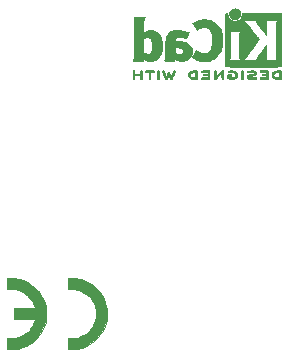
<source format=gbr>
%TF.GenerationSoftware,KiCad,Pcbnew,7.0.7*%
%TF.CreationDate,2024-02-22T22:38:35+05:30*%
%TF.ProjectId,Digital_Diya,44696769-7461-46c5-9f44-6979612e6b69,rev?*%
%TF.SameCoordinates,Original*%
%TF.FileFunction,Legend,Bot*%
%TF.FilePolarity,Positive*%
%FSLAX46Y46*%
G04 Gerber Fmt 4.6, Leading zero omitted, Abs format (unit mm)*
G04 Created by KiCad (PCBNEW 7.0.7) date 2024-02-22 22:38:35*
%MOMM*%
%LPD*%
G01*
G04 APERTURE LIST*
%ADD10C,0.010000*%
G04 APERTURE END LIST*
%TO.C,REF\u002A\u002A*%
D10*
X138095406Y-63234949D02*
X138121127Y-63250647D01*
X138147778Y-63272227D01*
X138147778Y-63919684D01*
X138121127Y-63941264D01*
X138089767Y-63958739D01*
X138053966Y-63959575D01*
X138022528Y-63939082D01*
X138018652Y-63934416D01*
X138013186Y-63924949D01*
X138008979Y-63911267D01*
X138005867Y-63890748D01*
X138003687Y-63860768D01*
X138002276Y-63818704D01*
X138001471Y-63761932D01*
X138001107Y-63687830D01*
X138001022Y-63593773D01*
X138001022Y-63272227D01*
X138027673Y-63250647D01*
X138051386Y-63235877D01*
X138074400Y-63229067D01*
X138095406Y-63234949D01*
G36*
X138095406Y-63234949D02*
G01*
X138121127Y-63250647D01*
X138147778Y-63272227D01*
X138147778Y-63919684D01*
X138121127Y-63941264D01*
X138089767Y-63958739D01*
X138053966Y-63959575D01*
X138022528Y-63939082D01*
X138018652Y-63934416D01*
X138013186Y-63924949D01*
X138008979Y-63911267D01*
X138005867Y-63890748D01*
X138003687Y-63860768D01*
X138002276Y-63818704D01*
X138001471Y-63761932D01*
X138001107Y-63687830D01*
X138001022Y-63593773D01*
X138001022Y-63272227D01*
X138027673Y-63250647D01*
X138051386Y-63235877D01*
X138074400Y-63229067D01*
X138095406Y-63234949D01*
G37*
X145226137Y-63233463D02*
X145260291Y-63256776D01*
X145288000Y-63284485D01*
X145288000Y-63597537D01*
X145287959Y-63681567D01*
X145287701Y-63755789D01*
X145287030Y-63812541D01*
X145285752Y-63854512D01*
X145283673Y-63884389D01*
X145280599Y-63904861D01*
X145276334Y-63918614D01*
X145270684Y-63928337D01*
X145263455Y-63936717D01*
X145231991Y-63958181D01*
X145196826Y-63959947D01*
X145163822Y-63940267D01*
X145158516Y-63934398D01*
X145153066Y-63925314D01*
X145148900Y-63911973D01*
X145145846Y-63891757D01*
X145143732Y-63862049D01*
X145142386Y-63820232D01*
X145141638Y-63763689D01*
X145141314Y-63689802D01*
X145141245Y-63595956D01*
X145141284Y-63520294D01*
X145141539Y-63442385D01*
X145142183Y-63382375D01*
X145143387Y-63337648D01*
X145145324Y-63305585D01*
X145148164Y-63283571D01*
X145152079Y-63268987D01*
X145157242Y-63259218D01*
X145163822Y-63251645D01*
X145193006Y-63232623D01*
X145226137Y-63233463D01*
G36*
X145226137Y-63233463D02*
G01*
X145260291Y-63256776D01*
X145288000Y-63284485D01*
X145288000Y-63597537D01*
X145287959Y-63681567D01*
X145287701Y-63755789D01*
X145287030Y-63812541D01*
X145285752Y-63854512D01*
X145283673Y-63884389D01*
X145280599Y-63904861D01*
X145276334Y-63918614D01*
X145270684Y-63928337D01*
X145263455Y-63936717D01*
X145231991Y-63958181D01*
X145196826Y-63959947D01*
X145163822Y-63940267D01*
X145158516Y-63934398D01*
X145153066Y-63925314D01*
X145148900Y-63911973D01*
X145145846Y-63891757D01*
X145143732Y-63862049D01*
X145142386Y-63820232D01*
X145141638Y-63763689D01*
X145141314Y-63689802D01*
X145141245Y-63595956D01*
X145141284Y-63520294D01*
X145141539Y-63442385D01*
X145142183Y-63382375D01*
X145143387Y-63337648D01*
X145145324Y-63305585D01*
X145148164Y-63283571D01*
X145152079Y-63268987D01*
X145157242Y-63259218D01*
X145163822Y-63251645D01*
X145193006Y-63232623D01*
X145226137Y-63233463D01*
G37*
X144694562Y-57992850D02*
X144777313Y-58020053D01*
X144852406Y-58065484D01*
X144924298Y-58131302D01*
X144962846Y-58175567D01*
X145002256Y-58233961D01*
X145027446Y-58294586D01*
X145040861Y-58363865D01*
X145044948Y-58448222D01*
X145044669Y-58494307D01*
X145042460Y-58535450D01*
X145036894Y-58567582D01*
X145026586Y-58598122D01*
X145010148Y-58634489D01*
X144996200Y-58661728D01*
X144937665Y-58747429D01*
X144865619Y-58816617D01*
X144781947Y-58867741D01*
X144688531Y-58899250D01*
X144655434Y-58906225D01*
X144614960Y-58913094D01*
X144581999Y-58914919D01*
X144547698Y-58911947D01*
X144503200Y-58904426D01*
X144451934Y-58892002D01*
X144361434Y-58854112D01*
X144282345Y-58799836D01*
X144216528Y-58731770D01*
X144165840Y-58652511D01*
X144132140Y-58564654D01*
X144117286Y-58470795D01*
X144123136Y-58373530D01*
X144149399Y-58277220D01*
X144194418Y-58188494D01*
X144255373Y-58113419D01*
X144330184Y-58053641D01*
X144416768Y-58010809D01*
X144513043Y-57986571D01*
X144616928Y-57982576D01*
X144694562Y-57992850D01*
G36*
X144694562Y-57992850D02*
G01*
X144777313Y-58020053D01*
X144852406Y-58065484D01*
X144924298Y-58131302D01*
X144962846Y-58175567D01*
X145002256Y-58233961D01*
X145027446Y-58294586D01*
X145040861Y-58363865D01*
X145044948Y-58448222D01*
X145044669Y-58494307D01*
X145042460Y-58535450D01*
X145036894Y-58567582D01*
X145026586Y-58598122D01*
X145010148Y-58634489D01*
X144996200Y-58661728D01*
X144937665Y-58747429D01*
X144865619Y-58816617D01*
X144781947Y-58867741D01*
X144688531Y-58899250D01*
X144655434Y-58906225D01*
X144614960Y-58913094D01*
X144581999Y-58914919D01*
X144547698Y-58911947D01*
X144503200Y-58904426D01*
X144451934Y-58892002D01*
X144361434Y-58854112D01*
X144282345Y-58799836D01*
X144216528Y-58731770D01*
X144165840Y-58652511D01*
X144132140Y-58564654D01*
X144117286Y-58470795D01*
X144123136Y-58373530D01*
X144149399Y-58277220D01*
X144194418Y-58188494D01*
X144255373Y-58113419D01*
X144330184Y-58053641D01*
X144416768Y-58010809D01*
X144513043Y-57986571D01*
X144616928Y-57982576D01*
X144694562Y-57992850D01*
G37*
X137395767Y-63229068D02*
X137489890Y-63229158D01*
X137564405Y-63229498D01*
X137621811Y-63230239D01*
X137664611Y-63231535D01*
X137695304Y-63233537D01*
X137716391Y-63236396D01*
X137730373Y-63240266D01*
X137739750Y-63245298D01*
X137747022Y-63251645D01*
X137765828Y-63284362D01*
X137767275Y-63321939D01*
X137750917Y-63355178D01*
X137749557Y-63356631D01*
X137738354Y-63364992D01*
X137721252Y-63370547D01*
X137694082Y-63373840D01*
X137652678Y-63375418D01*
X137592873Y-63375822D01*
X137453511Y-63375822D01*
X137453511Y-63639589D01*
X137453436Y-63715417D01*
X137453028Y-63782083D01*
X137452046Y-63831867D01*
X137450250Y-63867784D01*
X137447399Y-63892850D01*
X137443253Y-63910081D01*
X137437571Y-63922492D01*
X137430114Y-63933100D01*
X137427824Y-63935906D01*
X137396646Y-63958548D01*
X137362266Y-63960112D01*
X137329334Y-63940267D01*
X137322355Y-63932191D01*
X137316883Y-63921593D01*
X137312863Y-63905749D01*
X137310072Y-63881773D01*
X137308288Y-63846774D01*
X137307289Y-63797864D01*
X137306852Y-63732154D01*
X137306756Y-63646756D01*
X137306756Y-63375822D01*
X137160820Y-63375822D01*
X137149720Y-63375821D01*
X137093202Y-63375596D01*
X137054358Y-63374457D01*
X137028965Y-63371657D01*
X137012804Y-63366450D01*
X137001652Y-63358089D01*
X136991289Y-63345826D01*
X136975441Y-63315138D01*
X136978543Y-63281358D01*
X137004187Y-63248822D01*
X137009129Y-63245105D01*
X137019338Y-63240269D01*
X137034764Y-63236506D01*
X137057886Y-63233683D01*
X137091183Y-63231670D01*
X137137137Y-63230333D01*
X137198228Y-63229542D01*
X137276935Y-63229163D01*
X137375740Y-63229067D01*
X137395767Y-63229068D01*
G36*
X137395767Y-63229068D02*
G01*
X137489890Y-63229158D01*
X137564405Y-63229498D01*
X137621811Y-63230239D01*
X137664611Y-63231535D01*
X137695304Y-63233537D01*
X137716391Y-63236396D01*
X137730373Y-63240266D01*
X137739750Y-63245298D01*
X137747022Y-63251645D01*
X137765828Y-63284362D01*
X137767275Y-63321939D01*
X137750917Y-63355178D01*
X137749557Y-63356631D01*
X137738354Y-63364992D01*
X137721252Y-63370547D01*
X137694082Y-63373840D01*
X137652678Y-63375418D01*
X137592873Y-63375822D01*
X137453511Y-63375822D01*
X137453511Y-63639589D01*
X137453436Y-63715417D01*
X137453028Y-63782083D01*
X137452046Y-63831867D01*
X137450250Y-63867784D01*
X137447399Y-63892850D01*
X137443253Y-63910081D01*
X137437571Y-63922492D01*
X137430114Y-63933100D01*
X137427824Y-63935906D01*
X137396646Y-63958548D01*
X137362266Y-63960112D01*
X137329334Y-63940267D01*
X137322355Y-63932191D01*
X137316883Y-63921593D01*
X137312863Y-63905749D01*
X137310072Y-63881773D01*
X137308288Y-63846774D01*
X137307289Y-63797864D01*
X137306852Y-63732154D01*
X137306756Y-63646756D01*
X137306756Y-63375822D01*
X137160820Y-63375822D01*
X137149720Y-63375821D01*
X137093202Y-63375596D01*
X137054358Y-63374457D01*
X137028965Y-63371657D01*
X137012804Y-63366450D01*
X137001652Y-63358089D01*
X136991289Y-63345826D01*
X136975441Y-63315138D01*
X136978543Y-63281358D01*
X137004187Y-63248822D01*
X137009129Y-63245105D01*
X137019338Y-63240269D01*
X137034764Y-63236506D01*
X137057886Y-63233683D01*
X137091183Y-63231670D01*
X137137137Y-63230333D01*
X137198228Y-63229542D01*
X137276935Y-63229163D01*
X137375740Y-63229067D01*
X137395767Y-63229068D01*
G37*
X136719734Y-63251645D02*
X136725366Y-63257835D01*
X136730456Y-63266041D01*
X136734543Y-63277817D01*
X136737721Y-63295276D01*
X136740087Y-63320530D01*
X136741738Y-63355690D01*
X136742769Y-63402869D01*
X136743277Y-63464177D01*
X136743359Y-63541727D01*
X136743109Y-63637631D01*
X136742625Y-63754000D01*
X136742557Y-63768175D01*
X136741971Y-63829937D01*
X136740648Y-63873620D01*
X136738103Y-63903001D01*
X136733848Y-63921855D01*
X136727396Y-63933959D01*
X136718262Y-63943089D01*
X136684804Y-63960506D01*
X136649856Y-63957604D01*
X136618953Y-63933100D01*
X136609944Y-63919897D01*
X136602492Y-63901361D01*
X136598124Y-63875333D01*
X136596069Y-63836787D01*
X136595556Y-63780700D01*
X136595556Y-63658045D01*
X136098845Y-63658045D01*
X136098845Y-63792871D01*
X136098772Y-63828662D01*
X136098009Y-63874992D01*
X136095833Y-63905526D01*
X136091536Y-63924557D01*
X136084412Y-63936374D01*
X136073755Y-63945271D01*
X136041504Y-63960341D01*
X136006217Y-63957673D01*
X135975486Y-63933100D01*
X135970831Y-63926845D01*
X135964895Y-63916321D01*
X135960364Y-63902391D01*
X135957048Y-63882317D01*
X135954759Y-63853360D01*
X135953308Y-63812780D01*
X135952505Y-63757840D01*
X135952162Y-63685799D01*
X135952089Y-63593920D01*
X135952089Y-63284485D01*
X135979798Y-63256776D01*
X136011177Y-63234533D01*
X136044406Y-63231844D01*
X136076267Y-63251645D01*
X136084553Y-63261415D01*
X136091965Y-63277307D01*
X136096302Y-63301275D01*
X136098338Y-63338148D01*
X136098845Y-63392756D01*
X136098845Y-63511289D01*
X136595556Y-63511289D01*
X136595556Y-63395776D01*
X136595994Y-63344078D01*
X136597958Y-63309554D01*
X136602474Y-63286978D01*
X136610567Y-63271126D01*
X136623265Y-63256776D01*
X136654643Y-63234533D01*
X136687872Y-63231844D01*
X136719734Y-63251645D01*
G36*
X136719734Y-63251645D02*
G01*
X136725366Y-63257835D01*
X136730456Y-63266041D01*
X136734543Y-63277817D01*
X136737721Y-63295276D01*
X136740087Y-63320530D01*
X136741738Y-63355690D01*
X136742769Y-63402869D01*
X136743277Y-63464177D01*
X136743359Y-63541727D01*
X136743109Y-63637631D01*
X136742625Y-63754000D01*
X136742557Y-63768175D01*
X136741971Y-63829937D01*
X136740648Y-63873620D01*
X136738103Y-63903001D01*
X136733848Y-63921855D01*
X136727396Y-63933959D01*
X136718262Y-63943089D01*
X136684804Y-63960506D01*
X136649856Y-63957604D01*
X136618953Y-63933100D01*
X136609944Y-63919897D01*
X136602492Y-63901361D01*
X136598124Y-63875333D01*
X136596069Y-63836787D01*
X136595556Y-63780700D01*
X136595556Y-63658045D01*
X136098845Y-63658045D01*
X136098845Y-63792871D01*
X136098772Y-63828662D01*
X136098009Y-63874992D01*
X136095833Y-63905526D01*
X136091536Y-63924557D01*
X136084412Y-63936374D01*
X136073755Y-63945271D01*
X136041504Y-63960341D01*
X136006217Y-63957673D01*
X135975486Y-63933100D01*
X135970831Y-63926845D01*
X135964895Y-63916321D01*
X135960364Y-63902391D01*
X135957048Y-63882317D01*
X135954759Y-63853360D01*
X135953308Y-63812780D01*
X135952505Y-63757840D01*
X135952162Y-63685799D01*
X135952089Y-63593920D01*
X135952089Y-63284485D01*
X135979798Y-63256776D01*
X136011177Y-63234533D01*
X136044406Y-63231844D01*
X136076267Y-63251645D01*
X136084553Y-63261415D01*
X136091965Y-63277307D01*
X136096302Y-63301275D01*
X136098338Y-63338148D01*
X136098845Y-63392756D01*
X136098845Y-63511289D01*
X136595556Y-63511289D01*
X136595556Y-63395776D01*
X136595994Y-63344078D01*
X136597958Y-63309554D01*
X136602474Y-63286978D01*
X136610567Y-63271126D01*
X136623265Y-63256776D01*
X136654643Y-63234533D01*
X136687872Y-63231844D01*
X136719734Y-63251645D01*
G37*
X141425133Y-63840396D02*
X141423163Y-63873175D01*
X141420235Y-63896095D01*
X141416158Y-63911897D01*
X141410743Y-63923319D01*
X141403803Y-63933100D01*
X141380406Y-63962845D01*
X141214714Y-63962251D01*
X141179918Y-63961953D01*
X141081435Y-63958522D01*
X141000473Y-63950839D01*
X140933379Y-63938282D01*
X140876496Y-63920227D01*
X140826169Y-63896052D01*
X140822810Y-63894135D01*
X140764998Y-63857417D01*
X140722644Y-63820451D01*
X140689828Y-63776966D01*
X140660628Y-63720689D01*
X140656346Y-63711073D01*
X140633769Y-63647887D01*
X140628034Y-63602333D01*
X140777279Y-63602333D01*
X140782892Y-63627061D01*
X140788618Y-63642939D01*
X140821548Y-63702847D01*
X140868886Y-63748600D01*
X140932652Y-63781736D01*
X141014861Y-63803790D01*
X141017655Y-63804292D01*
X141063940Y-63810255D01*
X141120336Y-63814483D01*
X141175274Y-63816089D01*
X141269156Y-63816089D01*
X141269156Y-63375822D01*
X141181667Y-63376270D01*
X141114747Y-63378746D01*
X141022349Y-63389998D01*
X140943034Y-63409537D01*
X140881060Y-63436511D01*
X140850120Y-63457240D01*
X140822000Y-63487006D01*
X140798660Y-63529434D01*
X140791533Y-63545400D01*
X140779709Y-63577902D01*
X140777279Y-63602333D01*
X140628034Y-63602333D01*
X140626797Y-63592509D01*
X140635399Y-63537483D01*
X140659541Y-63475351D01*
X140660337Y-63473658D01*
X140700788Y-63404236D01*
X140751473Y-63347638D01*
X140814198Y-63303070D01*
X140890774Y-63269741D01*
X140983009Y-63246861D01*
X141092712Y-63233636D01*
X141221691Y-63229275D01*
X141225263Y-63229270D01*
X141285283Y-63229410D01*
X141327214Y-63230446D01*
X141355328Y-63233040D01*
X141373897Y-63237853D01*
X141387194Y-63245544D01*
X141399491Y-63256776D01*
X141427200Y-63284485D01*
X141427200Y-63593920D01*
X141427175Y-63655526D01*
X141426950Y-63734311D01*
X141426332Y-63795021D01*
X141425775Y-63816089D01*
X141425133Y-63840396D01*
G36*
X141425133Y-63840396D02*
G01*
X141423163Y-63873175D01*
X141420235Y-63896095D01*
X141416158Y-63911897D01*
X141410743Y-63923319D01*
X141403803Y-63933100D01*
X141380406Y-63962845D01*
X141214714Y-63962251D01*
X141179918Y-63961953D01*
X141081435Y-63958522D01*
X141000473Y-63950839D01*
X140933379Y-63938282D01*
X140876496Y-63920227D01*
X140826169Y-63896052D01*
X140822810Y-63894135D01*
X140764998Y-63857417D01*
X140722644Y-63820451D01*
X140689828Y-63776966D01*
X140660628Y-63720689D01*
X140656346Y-63711073D01*
X140633769Y-63647887D01*
X140628034Y-63602333D01*
X140777279Y-63602333D01*
X140782892Y-63627061D01*
X140788618Y-63642939D01*
X140821548Y-63702847D01*
X140868886Y-63748600D01*
X140932652Y-63781736D01*
X141014861Y-63803790D01*
X141017655Y-63804292D01*
X141063940Y-63810255D01*
X141120336Y-63814483D01*
X141175274Y-63816089D01*
X141269156Y-63816089D01*
X141269156Y-63375822D01*
X141181667Y-63376270D01*
X141114747Y-63378746D01*
X141022349Y-63389998D01*
X140943034Y-63409537D01*
X140881060Y-63436511D01*
X140850120Y-63457240D01*
X140822000Y-63487006D01*
X140798660Y-63529434D01*
X140791533Y-63545400D01*
X140779709Y-63577902D01*
X140777279Y-63602333D01*
X140628034Y-63602333D01*
X140626797Y-63592509D01*
X140635399Y-63537483D01*
X140659541Y-63475351D01*
X140660337Y-63473658D01*
X140700788Y-63404236D01*
X140751473Y-63347638D01*
X140814198Y-63303070D01*
X140890774Y-63269741D01*
X140983009Y-63246861D01*
X141092712Y-63233636D01*
X141221691Y-63229275D01*
X141225263Y-63229270D01*
X141285283Y-63229410D01*
X141327214Y-63230446D01*
X141355328Y-63233040D01*
X141373897Y-63237853D01*
X141387194Y-63245544D01*
X141399491Y-63256776D01*
X141427200Y-63284485D01*
X141427200Y-63593920D01*
X141427175Y-63655526D01*
X141426950Y-63734311D01*
X141426332Y-63795021D01*
X141425775Y-63816089D01*
X141425133Y-63840396D01*
G37*
X148516817Y-63414427D02*
X148516870Y-63495041D01*
X148516622Y-63595956D01*
X148516583Y-63671617D01*
X148516328Y-63749526D01*
X148515684Y-63809536D01*
X148514480Y-63854264D01*
X148512543Y-63886326D01*
X148509703Y-63908340D01*
X148505788Y-63922924D01*
X148500626Y-63932694D01*
X148494045Y-63940267D01*
X148487077Y-63946501D01*
X148474079Y-63953801D01*
X148454931Y-63958554D01*
X148425528Y-63961292D01*
X148381762Y-63962545D01*
X148319528Y-63962845D01*
X148270582Y-63962469D01*
X148163722Y-63958041D01*
X148074494Y-63947953D01*
X147999696Y-63931365D01*
X147936125Y-63907435D01*
X147880579Y-63875321D01*
X147829854Y-63834182D01*
X147823866Y-63828330D01*
X147786999Y-63779821D01*
X147755899Y-63719013D01*
X147734417Y-63654769D01*
X147729136Y-63616026D01*
X147876353Y-63616026D01*
X147894635Y-63666961D01*
X147924305Y-63712878D01*
X147971002Y-63755287D01*
X148032392Y-63785090D01*
X148111538Y-63804226D01*
X148113028Y-63804464D01*
X148161999Y-63810256D01*
X148220693Y-63814396D01*
X148276734Y-63816004D01*
X148369867Y-63816089D01*
X148369867Y-63375822D01*
X148293667Y-63375808D01*
X148290639Y-63375817D01*
X148239519Y-63377782D01*
X148179416Y-63382507D01*
X148122708Y-63389035D01*
X148072750Y-63398331D01*
X147997998Y-63424600D01*
X147940489Y-63463899D01*
X147898988Y-63516933D01*
X147877771Y-63568200D01*
X147876353Y-63616026D01*
X147729136Y-63616026D01*
X147726400Y-63595956D01*
X147727679Y-63574739D01*
X147739991Y-63517323D01*
X147762520Y-63457413D01*
X147791750Y-63403363D01*
X147824167Y-63363532D01*
X147843708Y-63346510D01*
X147898420Y-63307322D01*
X147958723Y-63277193D01*
X148027919Y-63255232D01*
X148109311Y-63240550D01*
X148206200Y-63232259D01*
X148321889Y-63229467D01*
X148361371Y-63229066D01*
X148407082Y-63228653D01*
X148442883Y-63230457D01*
X148469974Y-63236739D01*
X148489556Y-63249759D01*
X148502830Y-63271778D01*
X148510998Y-63305055D01*
X148515260Y-63351851D01*
X148515857Y-63375822D01*
X148516817Y-63414427D01*
G36*
X148516817Y-63414427D02*
G01*
X148516870Y-63495041D01*
X148516622Y-63595956D01*
X148516583Y-63671617D01*
X148516328Y-63749526D01*
X148515684Y-63809536D01*
X148514480Y-63854264D01*
X148512543Y-63886326D01*
X148509703Y-63908340D01*
X148505788Y-63922924D01*
X148500626Y-63932694D01*
X148494045Y-63940267D01*
X148487077Y-63946501D01*
X148474079Y-63953801D01*
X148454931Y-63958554D01*
X148425528Y-63961292D01*
X148381762Y-63962545D01*
X148319528Y-63962845D01*
X148270582Y-63962469D01*
X148163722Y-63958041D01*
X148074494Y-63947953D01*
X147999696Y-63931365D01*
X147936125Y-63907435D01*
X147880579Y-63875321D01*
X147829854Y-63834182D01*
X147823866Y-63828330D01*
X147786999Y-63779821D01*
X147755899Y-63719013D01*
X147734417Y-63654769D01*
X147729136Y-63616026D01*
X147876353Y-63616026D01*
X147894635Y-63666961D01*
X147924305Y-63712878D01*
X147971002Y-63755287D01*
X148032392Y-63785090D01*
X148111538Y-63804226D01*
X148113028Y-63804464D01*
X148161999Y-63810256D01*
X148220693Y-63814396D01*
X148276734Y-63816004D01*
X148369867Y-63816089D01*
X148369867Y-63375822D01*
X148293667Y-63375808D01*
X148290639Y-63375817D01*
X148239519Y-63377782D01*
X148179416Y-63382507D01*
X148122708Y-63389035D01*
X148072750Y-63398331D01*
X147997998Y-63424600D01*
X147940489Y-63463899D01*
X147898988Y-63516933D01*
X147877771Y-63568200D01*
X147876353Y-63616026D01*
X147729136Y-63616026D01*
X147726400Y-63595956D01*
X147727679Y-63574739D01*
X147739991Y-63517323D01*
X147762520Y-63457413D01*
X147791750Y-63403363D01*
X147824167Y-63363532D01*
X147843708Y-63346510D01*
X147898420Y-63307322D01*
X147958723Y-63277193D01*
X148027919Y-63255232D01*
X148109311Y-63240550D01*
X148206200Y-63232259D01*
X148321889Y-63229467D01*
X148361371Y-63229066D01*
X148407082Y-63228653D01*
X148442883Y-63230457D01*
X148469974Y-63236739D01*
X148489556Y-63249759D01*
X148502830Y-63271778D01*
X148510998Y-63305055D01*
X148515260Y-63351851D01*
X148515857Y-63375822D01*
X148516817Y-63414427D01*
G37*
X143571893Y-63227892D02*
X143583301Y-63234029D01*
X143593850Y-63244691D01*
X143605136Y-63258811D01*
X143609589Y-63264772D01*
X143615588Y-63275268D01*
X143620167Y-63289093D01*
X143623519Y-63308998D01*
X143625833Y-63337732D01*
X143627301Y-63378045D01*
X143628113Y-63432687D01*
X143628460Y-63504407D01*
X143628534Y-63595956D01*
X143628511Y-63654486D01*
X143628292Y-63733573D01*
X143627683Y-63794516D01*
X143626492Y-63840062D01*
X143624529Y-63872963D01*
X143621603Y-63895968D01*
X143617523Y-63911826D01*
X143612097Y-63923286D01*
X143605136Y-63933100D01*
X143574708Y-63957493D01*
X143539765Y-63960372D01*
X143502784Y-63941282D01*
X143498600Y-63937807D01*
X143490424Y-63929279D01*
X143484364Y-63917728D01*
X143479981Y-63899896D01*
X143476839Y-63872524D01*
X143474502Y-63832354D01*
X143472531Y-63776128D01*
X143470489Y-63700589D01*
X143464845Y-63481458D01*
X143199556Y-63722099D01*
X143125722Y-63788875D01*
X143060542Y-63846991D01*
X143008348Y-63891949D01*
X142967273Y-63924871D01*
X142935455Y-63946879D01*
X142911026Y-63959094D01*
X142892124Y-63962639D01*
X142876883Y-63958636D01*
X142863439Y-63948207D01*
X142849927Y-63932474D01*
X142843682Y-63923991D01*
X142838050Y-63913413D01*
X142833839Y-63899255D01*
X142830887Y-63878803D01*
X142829032Y-63849342D01*
X142828113Y-63808161D01*
X142827968Y-63752544D01*
X142828435Y-63679779D01*
X142829352Y-63587151D01*
X142832667Y-63272199D01*
X142859318Y-63250633D01*
X142885383Y-63234441D01*
X142918241Y-63231670D01*
X142952772Y-63250623D01*
X142957084Y-63254208D01*
X142965216Y-63262737D01*
X142971245Y-63274329D01*
X142975606Y-63292235D01*
X142978734Y-63319706D01*
X142981063Y-63359994D01*
X142983029Y-63416351D01*
X142985067Y-63492029D01*
X142990711Y-63711878D01*
X143171334Y-63548084D01*
X143258072Y-63469451D01*
X143333843Y-63401058D01*
X143395980Y-63345708D01*
X143446078Y-63302338D01*
X143485735Y-63269881D01*
X143516548Y-63247273D01*
X143540114Y-63233448D01*
X143558030Y-63227343D01*
X143571893Y-63227892D01*
G36*
X143571893Y-63227892D02*
G01*
X143583301Y-63234029D01*
X143593850Y-63244691D01*
X143605136Y-63258811D01*
X143609589Y-63264772D01*
X143615588Y-63275268D01*
X143620167Y-63289093D01*
X143623519Y-63308998D01*
X143625833Y-63337732D01*
X143627301Y-63378045D01*
X143628113Y-63432687D01*
X143628460Y-63504407D01*
X143628534Y-63595956D01*
X143628511Y-63654486D01*
X143628292Y-63733573D01*
X143627683Y-63794516D01*
X143626492Y-63840062D01*
X143624529Y-63872963D01*
X143621603Y-63895968D01*
X143617523Y-63911826D01*
X143612097Y-63923286D01*
X143605136Y-63933100D01*
X143574708Y-63957493D01*
X143539765Y-63960372D01*
X143502784Y-63941282D01*
X143498600Y-63937807D01*
X143490424Y-63929279D01*
X143484364Y-63917728D01*
X143479981Y-63899896D01*
X143476839Y-63872524D01*
X143474502Y-63832354D01*
X143472531Y-63776128D01*
X143470489Y-63700589D01*
X143464845Y-63481458D01*
X143199556Y-63722099D01*
X143125722Y-63788875D01*
X143060542Y-63846991D01*
X143008348Y-63891949D01*
X142967273Y-63924871D01*
X142935455Y-63946879D01*
X142911026Y-63959094D01*
X142892124Y-63962639D01*
X142876883Y-63958636D01*
X142863439Y-63948207D01*
X142849927Y-63932474D01*
X142843682Y-63923991D01*
X142838050Y-63913413D01*
X142833839Y-63899255D01*
X142830887Y-63878803D01*
X142829032Y-63849342D01*
X142828113Y-63808161D01*
X142827968Y-63752544D01*
X142828435Y-63679779D01*
X142829352Y-63587151D01*
X142832667Y-63272199D01*
X142859318Y-63250633D01*
X142885383Y-63234441D01*
X142918241Y-63231670D01*
X142952772Y-63250623D01*
X142957084Y-63254208D01*
X142965216Y-63262737D01*
X142971245Y-63274329D01*
X142975606Y-63292235D01*
X142978734Y-63319706D01*
X142981063Y-63359994D01*
X142983029Y-63416351D01*
X142985067Y-63492029D01*
X142990711Y-63711878D01*
X143171334Y-63548084D01*
X143258072Y-63469451D01*
X143333843Y-63401058D01*
X143395980Y-63345708D01*
X143446078Y-63302338D01*
X143485735Y-63269881D01*
X143516548Y-63247273D01*
X143540114Y-63233448D01*
X143558030Y-63227343D01*
X143571893Y-63227892D01*
G37*
X144369150Y-63234179D02*
X144475157Y-63250494D01*
X144568969Y-63278545D01*
X144647765Y-63317452D01*
X144708719Y-63366334D01*
X144734789Y-63399195D01*
X144764297Y-63448394D01*
X144789568Y-63502252D01*
X144807218Y-63553419D01*
X144813858Y-63594544D01*
X144812298Y-63614259D01*
X144799357Y-63665592D01*
X144776194Y-63722118D01*
X144746302Y-63776035D01*
X144713173Y-63819539D01*
X144702977Y-63829887D01*
X144635892Y-63881662D01*
X144555766Y-63921554D01*
X144469556Y-63945956D01*
X144414592Y-63954068D01*
X144321139Y-63960673D01*
X144231358Y-63958586D01*
X144148869Y-63948340D01*
X144077286Y-63930470D01*
X144020228Y-63905508D01*
X143981311Y-63873988D01*
X143979936Y-63872012D01*
X143972848Y-63846786D01*
X143968609Y-63799535D01*
X143967200Y-63730071D01*
X143968060Y-63667838D01*
X143972780Y-63620456D01*
X143984470Y-63588353D01*
X144006239Y-63568800D01*
X144041198Y-63559070D01*
X144092456Y-63556433D01*
X144163123Y-63558161D01*
X144211743Y-63561173D01*
X144261939Y-63569366D01*
X144294433Y-63583419D01*
X144311892Y-63604654D01*
X144316983Y-63634394D01*
X144316877Y-63638936D01*
X144308175Y-63673730D01*
X144284165Y-63697147D01*
X144242900Y-63710347D01*
X144182431Y-63714489D01*
X144113956Y-63714489D01*
X144113956Y-63752841D01*
X144114006Y-63761976D01*
X144116227Y-63779227D01*
X144125494Y-63789521D01*
X144146875Y-63796459D01*
X144185436Y-63803641D01*
X144190910Y-63804575D01*
X144287860Y-63814478D01*
X144377852Y-63811559D01*
X144458760Y-63796829D01*
X144528459Y-63771299D01*
X144584824Y-63735978D01*
X144625729Y-63691879D01*
X144649051Y-63640012D01*
X144652663Y-63581388D01*
X144647145Y-63552494D01*
X144620461Y-63496604D01*
X144574273Y-63450945D01*
X144509291Y-63416108D01*
X144426229Y-63392690D01*
X144401555Y-63388241D01*
X144312226Y-63377742D01*
X144232419Y-63378971D01*
X144154326Y-63391906D01*
X144119183Y-63398696D01*
X144073745Y-63399713D01*
X144042430Y-63387182D01*
X144022277Y-63360395D01*
X144015893Y-63332148D01*
X144025379Y-63300924D01*
X144034708Y-63287499D01*
X144068943Y-63263967D01*
X144121565Y-63246095D01*
X144190081Y-63234599D01*
X144272000Y-63230192D01*
X144369150Y-63234179D01*
G36*
X144369150Y-63234179D02*
G01*
X144475157Y-63250494D01*
X144568969Y-63278545D01*
X144647765Y-63317452D01*
X144708719Y-63366334D01*
X144734789Y-63399195D01*
X144764297Y-63448394D01*
X144789568Y-63502252D01*
X144807218Y-63553419D01*
X144813858Y-63594544D01*
X144812298Y-63614259D01*
X144799357Y-63665592D01*
X144776194Y-63722118D01*
X144746302Y-63776035D01*
X144713173Y-63819539D01*
X144702977Y-63829887D01*
X144635892Y-63881662D01*
X144555766Y-63921554D01*
X144469556Y-63945956D01*
X144414592Y-63954068D01*
X144321139Y-63960673D01*
X144231358Y-63958586D01*
X144148869Y-63948340D01*
X144077286Y-63930470D01*
X144020228Y-63905508D01*
X143981311Y-63873988D01*
X143979936Y-63872012D01*
X143972848Y-63846786D01*
X143968609Y-63799535D01*
X143967200Y-63730071D01*
X143968060Y-63667838D01*
X143972780Y-63620456D01*
X143984470Y-63588353D01*
X144006239Y-63568800D01*
X144041198Y-63559070D01*
X144092456Y-63556433D01*
X144163123Y-63558161D01*
X144211743Y-63561173D01*
X144261939Y-63569366D01*
X144294433Y-63583419D01*
X144311892Y-63604654D01*
X144316983Y-63634394D01*
X144316877Y-63638936D01*
X144308175Y-63673730D01*
X144284165Y-63697147D01*
X144242900Y-63710347D01*
X144182431Y-63714489D01*
X144113956Y-63714489D01*
X144113956Y-63752841D01*
X144114006Y-63761976D01*
X144116227Y-63779227D01*
X144125494Y-63789521D01*
X144146875Y-63796459D01*
X144185436Y-63803641D01*
X144190910Y-63804575D01*
X144287860Y-63814478D01*
X144377852Y-63811559D01*
X144458760Y-63796829D01*
X144528459Y-63771299D01*
X144584824Y-63735978D01*
X144625729Y-63691879D01*
X144649051Y-63640012D01*
X144652663Y-63581388D01*
X144647145Y-63552494D01*
X144620461Y-63496604D01*
X144574273Y-63450945D01*
X144509291Y-63416108D01*
X144426229Y-63392690D01*
X144401555Y-63388241D01*
X144312226Y-63377742D01*
X144232419Y-63378971D01*
X144154326Y-63391906D01*
X144119183Y-63398696D01*
X144073745Y-63399713D01*
X144042430Y-63387182D01*
X144022277Y-63360395D01*
X144015893Y-63332148D01*
X144025379Y-63300924D01*
X144034708Y-63287499D01*
X144068943Y-63263967D01*
X144121565Y-63246095D01*
X144190081Y-63234599D01*
X144272000Y-63230192D01*
X144369150Y-63234179D01*
G37*
X142419803Y-63258811D02*
X142424752Y-63265495D01*
X142430596Y-63276066D01*
X142435057Y-63290153D01*
X142438321Y-63310478D01*
X142440574Y-63339765D01*
X142442002Y-63380737D01*
X142442792Y-63436117D01*
X142443129Y-63508628D01*
X142443200Y-63600994D01*
X142443171Y-63666911D01*
X142442939Y-63745228D01*
X142442319Y-63805496D01*
X142441126Y-63850393D01*
X142439179Y-63882602D01*
X142436294Y-63904800D01*
X142432288Y-63919669D01*
X142426979Y-63929889D01*
X142420183Y-63938138D01*
X142415668Y-63942795D01*
X142407438Y-63949282D01*
X142396078Y-63954194D01*
X142378810Y-63957749D01*
X142352855Y-63960167D01*
X142315436Y-63961667D01*
X142263773Y-63962467D01*
X142195089Y-63962787D01*
X142106606Y-63962845D01*
X142086931Y-63962838D01*
X141999906Y-63962572D01*
X141932254Y-63961806D01*
X141881299Y-63960392D01*
X141844367Y-63958180D01*
X141818783Y-63955022D01*
X141801871Y-63950769D01*
X141790957Y-63945271D01*
X141780464Y-63935285D01*
X141767203Y-63904168D01*
X141768386Y-63868280D01*
X141784550Y-63836733D01*
X141786739Y-63834457D01*
X141795427Y-63828189D01*
X141808769Y-63823523D01*
X141829752Y-63820227D01*
X141861363Y-63818068D01*
X141906590Y-63816814D01*
X141968420Y-63816231D01*
X142049839Y-63816089D01*
X142296445Y-63816089D01*
X142296445Y-63658045D01*
X142134006Y-63658045D01*
X142098338Y-63657964D01*
X142042568Y-63657167D01*
X142003430Y-63655162D01*
X141976976Y-63651521D01*
X141959259Y-63645812D01*
X141946329Y-63637607D01*
X141942686Y-63634423D01*
X141924278Y-63603448D01*
X141923644Y-63567112D01*
X141941183Y-63533493D01*
X141941245Y-63533424D01*
X141950916Y-63524798D01*
X141964209Y-63518742D01*
X141984917Y-63514811D01*
X142016828Y-63512556D01*
X142063734Y-63511531D01*
X142129424Y-63511289D01*
X142297571Y-63511289D01*
X142294186Y-63446378D01*
X142290800Y-63381467D01*
X142048723Y-63378414D01*
X142023707Y-63378086D01*
X141942087Y-63376606D01*
X141879768Y-63374222D01*
X141834154Y-63370227D01*
X141802652Y-63363913D01*
X141782667Y-63354574D01*
X141771604Y-63341503D01*
X141766869Y-63323992D01*
X141765867Y-63301335D01*
X141765873Y-63298970D01*
X141767027Y-63278939D01*
X141771824Y-63263146D01*
X141782632Y-63251090D01*
X141801817Y-63242267D01*
X141831745Y-63236175D01*
X141874783Y-63232311D01*
X141933299Y-63230174D01*
X142009657Y-63229260D01*
X142106226Y-63229067D01*
X142396406Y-63229067D01*
X142419803Y-63258811D01*
G36*
X142419803Y-63258811D02*
G01*
X142424752Y-63265495D01*
X142430596Y-63276066D01*
X142435057Y-63290153D01*
X142438321Y-63310478D01*
X142440574Y-63339765D01*
X142442002Y-63380737D01*
X142442792Y-63436117D01*
X142443129Y-63508628D01*
X142443200Y-63600994D01*
X142443171Y-63666911D01*
X142442939Y-63745228D01*
X142442319Y-63805496D01*
X142441126Y-63850393D01*
X142439179Y-63882602D01*
X142436294Y-63904800D01*
X142432288Y-63919669D01*
X142426979Y-63929889D01*
X142420183Y-63938138D01*
X142415668Y-63942795D01*
X142407438Y-63949282D01*
X142396078Y-63954194D01*
X142378810Y-63957749D01*
X142352855Y-63960167D01*
X142315436Y-63961667D01*
X142263773Y-63962467D01*
X142195089Y-63962787D01*
X142106606Y-63962845D01*
X142086931Y-63962838D01*
X141999906Y-63962572D01*
X141932254Y-63961806D01*
X141881299Y-63960392D01*
X141844367Y-63958180D01*
X141818783Y-63955022D01*
X141801871Y-63950769D01*
X141790957Y-63945271D01*
X141780464Y-63935285D01*
X141767203Y-63904168D01*
X141768386Y-63868280D01*
X141784550Y-63836733D01*
X141786739Y-63834457D01*
X141795427Y-63828189D01*
X141808769Y-63823523D01*
X141829752Y-63820227D01*
X141861363Y-63818068D01*
X141906590Y-63816814D01*
X141968420Y-63816231D01*
X142049839Y-63816089D01*
X142296445Y-63816089D01*
X142296445Y-63658045D01*
X142134006Y-63658045D01*
X142098338Y-63657964D01*
X142042568Y-63657167D01*
X142003430Y-63655162D01*
X141976976Y-63651521D01*
X141959259Y-63645812D01*
X141946329Y-63637607D01*
X141942686Y-63634423D01*
X141924278Y-63603448D01*
X141923644Y-63567112D01*
X141941183Y-63533493D01*
X141941245Y-63533424D01*
X141950916Y-63524798D01*
X141964209Y-63518742D01*
X141984917Y-63514811D01*
X142016828Y-63512556D01*
X142063734Y-63511531D01*
X142129424Y-63511289D01*
X142297571Y-63511289D01*
X142294186Y-63446378D01*
X142290800Y-63381467D01*
X142048723Y-63378414D01*
X142023707Y-63378086D01*
X141942087Y-63376606D01*
X141879768Y-63374222D01*
X141834154Y-63370227D01*
X141802652Y-63363913D01*
X141782667Y-63354574D01*
X141771604Y-63341503D01*
X141766869Y-63323992D01*
X141765867Y-63301335D01*
X141765873Y-63298970D01*
X141767027Y-63278939D01*
X141771824Y-63263146D01*
X141782632Y-63251090D01*
X141801817Y-63242267D01*
X141831745Y-63236175D01*
X141874783Y-63232311D01*
X141933299Y-63230174D01*
X142009657Y-63229260D01*
X142106226Y-63229067D01*
X142396406Y-63229067D01*
X142419803Y-63258811D01*
G37*
X147096734Y-63229083D02*
X147173831Y-63229275D01*
X147232777Y-63229860D01*
X147276364Y-63231051D01*
X147307383Y-63233064D01*
X147328625Y-63236112D01*
X147342882Y-63240409D01*
X147352945Y-63246172D01*
X147361606Y-63253612D01*
X147363391Y-63255293D01*
X147370635Y-63262832D01*
X147376277Y-63271850D01*
X147380517Y-63284984D01*
X147383556Y-63304872D01*
X147385594Y-63334151D01*
X147386830Y-63375458D01*
X147387465Y-63431431D01*
X147387700Y-63504707D01*
X147387734Y-63597923D01*
X147387697Y-63670713D01*
X147387448Y-63748889D01*
X147386812Y-63809103D01*
X147385615Y-63853982D01*
X147383684Y-63886152D01*
X147380846Y-63908239D01*
X147376927Y-63922870D01*
X147371755Y-63932670D01*
X147365156Y-63940267D01*
X147361822Y-63943444D01*
X147353300Y-63949554D01*
X147341298Y-63954229D01*
X147323087Y-63957659D01*
X147295940Y-63960036D01*
X147257129Y-63961552D01*
X147203924Y-63962398D01*
X147133598Y-63962765D01*
X147043422Y-63962845D01*
X147001314Y-63962833D01*
X146920167Y-63962651D01*
X146857675Y-63962098D01*
X146811109Y-63960982D01*
X146777741Y-63959113D01*
X146754844Y-63956298D01*
X146739688Y-63952346D01*
X146729546Y-63947066D01*
X146721689Y-63940267D01*
X146706963Y-63918667D01*
X146699111Y-63889467D01*
X146704610Y-63865560D01*
X146721689Y-63838667D01*
X146726668Y-63834059D01*
X146736443Y-63827772D01*
X146750559Y-63823146D01*
X146772054Y-63819930D01*
X146803968Y-63817870D01*
X146849342Y-63816712D01*
X146911213Y-63816202D01*
X146992622Y-63816089D01*
X147240978Y-63816089D01*
X147240978Y-63658045D01*
X147079801Y-63658045D01*
X147043983Y-63657899D01*
X146978359Y-63656176D01*
X146931118Y-63651741D01*
X146899383Y-63643637D01*
X146880277Y-63630906D01*
X146870923Y-63612592D01*
X146868445Y-63587738D01*
X146869242Y-63567482D01*
X146874494Y-63545656D01*
X146887288Y-63530304D01*
X146910628Y-63520309D01*
X146947517Y-63514553D01*
X147000959Y-63511919D01*
X147073958Y-63511289D01*
X147242105Y-63511289D01*
X147238719Y-63446378D01*
X147235334Y-63381467D01*
X146987617Y-63378418D01*
X146925026Y-63377539D01*
X146856565Y-63376095D01*
X146805661Y-63374164D01*
X146769408Y-63371514D01*
X146744901Y-63367910D01*
X146729235Y-63363121D01*
X146719506Y-63356913D01*
X146713491Y-63350510D01*
X146700482Y-63318828D01*
X146704043Y-63283142D01*
X146723818Y-63252084D01*
X146727069Y-63249161D01*
X146736049Y-63242810D01*
X146748153Y-63237957D01*
X146766159Y-63234403D01*
X146792847Y-63231946D01*
X146830997Y-63230385D01*
X146883386Y-63229518D01*
X146952794Y-63229146D01*
X147042001Y-63229067D01*
X147096734Y-63229083D01*
G36*
X147096734Y-63229083D02*
G01*
X147173831Y-63229275D01*
X147232777Y-63229860D01*
X147276364Y-63231051D01*
X147307383Y-63233064D01*
X147328625Y-63236112D01*
X147342882Y-63240409D01*
X147352945Y-63246172D01*
X147361606Y-63253612D01*
X147363391Y-63255293D01*
X147370635Y-63262832D01*
X147376277Y-63271850D01*
X147380517Y-63284984D01*
X147383556Y-63304872D01*
X147385594Y-63334151D01*
X147386830Y-63375458D01*
X147387465Y-63431431D01*
X147387700Y-63504707D01*
X147387734Y-63597923D01*
X147387697Y-63670713D01*
X147387448Y-63748889D01*
X147386812Y-63809103D01*
X147385615Y-63853982D01*
X147383684Y-63886152D01*
X147380846Y-63908239D01*
X147376927Y-63922870D01*
X147371755Y-63932670D01*
X147365156Y-63940267D01*
X147361822Y-63943444D01*
X147353300Y-63949554D01*
X147341298Y-63954229D01*
X147323087Y-63957659D01*
X147295940Y-63960036D01*
X147257129Y-63961552D01*
X147203924Y-63962398D01*
X147133598Y-63962765D01*
X147043422Y-63962845D01*
X147001314Y-63962833D01*
X146920167Y-63962651D01*
X146857675Y-63962098D01*
X146811109Y-63960982D01*
X146777741Y-63959113D01*
X146754844Y-63956298D01*
X146739688Y-63952346D01*
X146729546Y-63947066D01*
X146721689Y-63940267D01*
X146706963Y-63918667D01*
X146699111Y-63889467D01*
X146704610Y-63865560D01*
X146721689Y-63838667D01*
X146726668Y-63834059D01*
X146736443Y-63827772D01*
X146750559Y-63823146D01*
X146772054Y-63819930D01*
X146803968Y-63817870D01*
X146849342Y-63816712D01*
X146911213Y-63816202D01*
X146992622Y-63816089D01*
X147240978Y-63816089D01*
X147240978Y-63658045D01*
X147079801Y-63658045D01*
X147043983Y-63657899D01*
X146978359Y-63656176D01*
X146931118Y-63651741D01*
X146899383Y-63643637D01*
X146880277Y-63630906D01*
X146870923Y-63612592D01*
X146868445Y-63587738D01*
X146869242Y-63567482D01*
X146874494Y-63545656D01*
X146887288Y-63530304D01*
X146910628Y-63520309D01*
X146947517Y-63514553D01*
X147000959Y-63511919D01*
X147073958Y-63511289D01*
X147242105Y-63511289D01*
X147238719Y-63446378D01*
X147235334Y-63381467D01*
X146987617Y-63378418D01*
X146925026Y-63377539D01*
X146856565Y-63376095D01*
X146805661Y-63374164D01*
X146769408Y-63371514D01*
X146744901Y-63367910D01*
X146729235Y-63363121D01*
X146719506Y-63356913D01*
X146713491Y-63350510D01*
X146700482Y-63318828D01*
X146704043Y-63283142D01*
X146723818Y-63252084D01*
X146727069Y-63249161D01*
X146736049Y-63242810D01*
X146748153Y-63237957D01*
X146766159Y-63234403D01*
X146792847Y-63231946D01*
X146830997Y-63230385D01*
X146883386Y-63229518D01*
X146952794Y-63229146D01*
X147042001Y-63229067D01*
X147096734Y-63229083D01*
G37*
X138529702Y-63238478D02*
X138547663Y-63256989D01*
X138568263Y-63288071D01*
X138593095Y-63333756D01*
X138623750Y-63396078D01*
X138661820Y-63477071D01*
X138676454Y-63508454D01*
X138706203Y-63571638D01*
X138732297Y-63626244D01*
X138753292Y-63669290D01*
X138767739Y-63697793D01*
X138774191Y-63708770D01*
X138775550Y-63708189D01*
X138785542Y-63694242D01*
X138802833Y-63664704D01*
X138825430Y-63623087D01*
X138851338Y-63572903D01*
X138867311Y-63541414D01*
X138896261Y-63486061D01*
X138918749Y-63447044D01*
X138936965Y-63421566D01*
X138953096Y-63406831D01*
X138969330Y-63400042D01*
X138987857Y-63398400D01*
X138998360Y-63398875D01*
X139014476Y-63403082D01*
X139029790Y-63413946D01*
X139046388Y-63434219D01*
X139066357Y-63466654D01*
X139091783Y-63514004D01*
X139124752Y-63579022D01*
X139134485Y-63598277D01*
X139158943Y-63644946D01*
X139179178Y-63681109D01*
X139193311Y-63703497D01*
X139199460Y-63708845D01*
X139200827Y-63705573D01*
X139210202Y-63684664D01*
X139227062Y-63647725D01*
X139249979Y-63597874D01*
X139277520Y-63538226D01*
X139308255Y-63471898D01*
X139334970Y-63414677D01*
X139364593Y-63352688D01*
X139387664Y-63306949D01*
X139405643Y-63274908D01*
X139419990Y-63254014D01*
X139432166Y-63241718D01*
X139443632Y-63235466D01*
X139453042Y-63232574D01*
X139478147Y-63232425D01*
X139505290Y-63247768D01*
X139506590Y-63248753D01*
X139528674Y-63271388D01*
X139539723Y-63293613D01*
X139539769Y-63294253D01*
X139535228Y-63311915D01*
X139522364Y-63346481D01*
X139502605Y-63394826D01*
X139477381Y-63453825D01*
X139448119Y-63520355D01*
X139416250Y-63591291D01*
X139383201Y-63663507D01*
X139350401Y-63733880D01*
X139319280Y-63799285D01*
X139291265Y-63856597D01*
X139267786Y-63902692D01*
X139250272Y-63934446D01*
X139240151Y-63948733D01*
X139205743Y-63962102D01*
X139164046Y-63955741D01*
X139158681Y-63951044D01*
X139142852Y-63928893D01*
X139120650Y-63892132D01*
X139094233Y-63844415D01*
X139065760Y-63789393D01*
X138985986Y-63630150D01*
X138912799Y-63776742D01*
X138903103Y-63796032D01*
X138876125Y-63848380D01*
X138852096Y-63893170D01*
X138833332Y-63926154D01*
X138822146Y-63943089D01*
X138821000Y-63944332D01*
X138792879Y-63959619D01*
X138757817Y-63961302D01*
X138726776Y-63948733D01*
X138724350Y-63945884D01*
X138712090Y-63925259D01*
X138692352Y-63887708D01*
X138666448Y-63835880D01*
X138635685Y-63772423D01*
X138601375Y-63699985D01*
X138564825Y-63621216D01*
X138544585Y-63577093D01*
X138507812Y-63496365D01*
X138479355Y-63432687D01*
X138458331Y-63383752D01*
X138443854Y-63347257D01*
X138435039Y-63320895D01*
X138431004Y-63302361D01*
X138430862Y-63289352D01*
X138433730Y-63279561D01*
X138448387Y-63258678D01*
X138474990Y-63238377D01*
X138475745Y-63238035D01*
X138495335Y-63231034D01*
X138512790Y-63230504D01*
X138529702Y-63238478D01*
G36*
X138529702Y-63238478D02*
G01*
X138547663Y-63256989D01*
X138568263Y-63288071D01*
X138593095Y-63333756D01*
X138623750Y-63396078D01*
X138661820Y-63477071D01*
X138676454Y-63508454D01*
X138706203Y-63571638D01*
X138732297Y-63626244D01*
X138753292Y-63669290D01*
X138767739Y-63697793D01*
X138774191Y-63708770D01*
X138775550Y-63708189D01*
X138785542Y-63694242D01*
X138802833Y-63664704D01*
X138825430Y-63623087D01*
X138851338Y-63572903D01*
X138867311Y-63541414D01*
X138896261Y-63486061D01*
X138918749Y-63447044D01*
X138936965Y-63421566D01*
X138953096Y-63406831D01*
X138969330Y-63400042D01*
X138987857Y-63398400D01*
X138998360Y-63398875D01*
X139014476Y-63403082D01*
X139029790Y-63413946D01*
X139046388Y-63434219D01*
X139066357Y-63466654D01*
X139091783Y-63514004D01*
X139124752Y-63579022D01*
X139134485Y-63598277D01*
X139158943Y-63644946D01*
X139179178Y-63681109D01*
X139193311Y-63703497D01*
X139199460Y-63708845D01*
X139200827Y-63705573D01*
X139210202Y-63684664D01*
X139227062Y-63647725D01*
X139249979Y-63597874D01*
X139277520Y-63538226D01*
X139308255Y-63471898D01*
X139334970Y-63414677D01*
X139364593Y-63352688D01*
X139387664Y-63306949D01*
X139405643Y-63274908D01*
X139419990Y-63254014D01*
X139432166Y-63241718D01*
X139443632Y-63235466D01*
X139453042Y-63232574D01*
X139478147Y-63232425D01*
X139505290Y-63247768D01*
X139506590Y-63248753D01*
X139528674Y-63271388D01*
X139539723Y-63293613D01*
X139539769Y-63294253D01*
X139535228Y-63311915D01*
X139522364Y-63346481D01*
X139502605Y-63394826D01*
X139477381Y-63453825D01*
X139448119Y-63520355D01*
X139416250Y-63591291D01*
X139383201Y-63663507D01*
X139350401Y-63733880D01*
X139319280Y-63799285D01*
X139291265Y-63856597D01*
X139267786Y-63902692D01*
X139250272Y-63934446D01*
X139240151Y-63948733D01*
X139205743Y-63962102D01*
X139164046Y-63955741D01*
X139158681Y-63951044D01*
X139142852Y-63928893D01*
X139120650Y-63892132D01*
X139094233Y-63844415D01*
X139065760Y-63789393D01*
X138985986Y-63630150D01*
X138912799Y-63776742D01*
X138903103Y-63796032D01*
X138876125Y-63848380D01*
X138852096Y-63893170D01*
X138833332Y-63926154D01*
X138822146Y-63943089D01*
X138821000Y-63944332D01*
X138792879Y-63959619D01*
X138757817Y-63961302D01*
X138726776Y-63948733D01*
X138724350Y-63945884D01*
X138712090Y-63925259D01*
X138692352Y-63887708D01*
X138666448Y-63835880D01*
X138635685Y-63772423D01*
X138601375Y-63699985D01*
X138564825Y-63621216D01*
X138544585Y-63577093D01*
X138507812Y-63496365D01*
X138479355Y-63432687D01*
X138458331Y-63383752D01*
X138443854Y-63347257D01*
X138435039Y-63320895D01*
X138431004Y-63302361D01*
X138430862Y-63289352D01*
X138433730Y-63279561D01*
X138448387Y-63258678D01*
X138474990Y-63238377D01*
X138475745Y-63238035D01*
X138495335Y-63231034D01*
X138512790Y-63230504D01*
X138529702Y-63238478D01*
G37*
X146080853Y-63229936D02*
X146147100Y-63235366D01*
X146202400Y-63244964D01*
X146253283Y-63259825D01*
X146324595Y-63292958D01*
X146375752Y-63335640D01*
X146406575Y-63387705D01*
X146416889Y-63448983D01*
X146415952Y-63480232D01*
X146410160Y-63505029D01*
X146395353Y-63526699D01*
X146367380Y-63554049D01*
X146359402Y-63561378D01*
X146335692Y-63582281D01*
X146313298Y-63599251D01*
X146289265Y-63613205D01*
X146260637Y-63625056D01*
X146224460Y-63635720D01*
X146177780Y-63646111D01*
X146117641Y-63657146D01*
X146041090Y-63669738D01*
X145945171Y-63684804D01*
X145926808Y-63687838D01*
X145864478Y-63701458D01*
X145819260Y-63717192D01*
X145792976Y-63734263D01*
X145787447Y-63751897D01*
X145790068Y-63756168D01*
X145808000Y-63771233D01*
X145836126Y-63787867D01*
X145848926Y-63793857D01*
X145870224Y-63801050D01*
X145896610Y-63805827D01*
X145932454Y-63808646D01*
X145982128Y-63809964D01*
X146050000Y-63810237D01*
X146067785Y-63810164D01*
X146135406Y-63809053D01*
X146200345Y-63806828D01*
X146255970Y-63803762D01*
X146295651Y-63800127D01*
X146331162Y-63796059D01*
X146360415Y-63795276D01*
X146379315Y-63799876D01*
X146394429Y-63810551D01*
X146398085Y-63814144D01*
X146414427Y-63845918D01*
X146413107Y-63881572D01*
X146394150Y-63912190D01*
X146373780Y-63923796D01*
X146337796Y-63936491D01*
X146295372Y-63946541D01*
X146291922Y-63947140D01*
X146249252Y-63952356D01*
X146191866Y-63956730D01*
X146126849Y-63959818D01*
X146061289Y-63961177D01*
X146045057Y-63961218D01*
X145946744Y-63958741D01*
X145866692Y-63950735D01*
X145801513Y-63936203D01*
X145747817Y-63914149D01*
X145702216Y-63883576D01*
X145661323Y-63843486D01*
X145641202Y-63817259D01*
X145629576Y-63787712D01*
X145626667Y-63747995D01*
X145626808Y-63736026D01*
X145630681Y-63703345D01*
X145643065Y-63676819D01*
X145668230Y-63645971D01*
X145689442Y-63623831D01*
X145715838Y-63601285D01*
X145745555Y-63582917D01*
X145781785Y-63567661D01*
X145827717Y-63554449D01*
X145886544Y-63542214D01*
X145961456Y-63529889D01*
X146055645Y-63516406D01*
X146100957Y-63509396D01*
X146168911Y-63494837D01*
X146218047Y-63478337D01*
X146247614Y-63460439D01*
X146256864Y-63441685D01*
X146245048Y-63422615D01*
X146211416Y-63403771D01*
X146208370Y-63402557D01*
X146162011Y-63390479D01*
X146099361Y-63382279D01*
X146025927Y-63378119D01*
X145947217Y-63378161D01*
X145868739Y-63382569D01*
X145796000Y-63391505D01*
X145792073Y-63392154D01*
X145743257Y-63399861D01*
X145711005Y-63403473D01*
X145690008Y-63402876D01*
X145674954Y-63397954D01*
X145660534Y-63388596D01*
X145659364Y-63387725D01*
X145634847Y-63357351D01*
X145630054Y-63321850D01*
X145645860Y-63287269D01*
X145650406Y-63282813D01*
X145680020Y-63267673D01*
X145727002Y-63254550D01*
X145787306Y-63243750D01*
X145856888Y-63235581D01*
X145931703Y-63230351D01*
X146007706Y-63228367D01*
X146080853Y-63229936D01*
G36*
X146080853Y-63229936D02*
G01*
X146147100Y-63235366D01*
X146202400Y-63244964D01*
X146253283Y-63259825D01*
X146324595Y-63292958D01*
X146375752Y-63335640D01*
X146406575Y-63387705D01*
X146416889Y-63448983D01*
X146415952Y-63480232D01*
X146410160Y-63505029D01*
X146395353Y-63526699D01*
X146367380Y-63554049D01*
X146359402Y-63561378D01*
X146335692Y-63582281D01*
X146313298Y-63599251D01*
X146289265Y-63613205D01*
X146260637Y-63625056D01*
X146224460Y-63635720D01*
X146177780Y-63646111D01*
X146117641Y-63657146D01*
X146041090Y-63669738D01*
X145945171Y-63684804D01*
X145926808Y-63687838D01*
X145864478Y-63701458D01*
X145819260Y-63717192D01*
X145792976Y-63734263D01*
X145787447Y-63751897D01*
X145790068Y-63756168D01*
X145808000Y-63771233D01*
X145836126Y-63787867D01*
X145848926Y-63793857D01*
X145870224Y-63801050D01*
X145896610Y-63805827D01*
X145932454Y-63808646D01*
X145982128Y-63809964D01*
X146050000Y-63810237D01*
X146067785Y-63810164D01*
X146135406Y-63809053D01*
X146200345Y-63806828D01*
X146255970Y-63803762D01*
X146295651Y-63800127D01*
X146331162Y-63796059D01*
X146360415Y-63795276D01*
X146379315Y-63799876D01*
X146394429Y-63810551D01*
X146398085Y-63814144D01*
X146414427Y-63845918D01*
X146413107Y-63881572D01*
X146394150Y-63912190D01*
X146373780Y-63923796D01*
X146337796Y-63936491D01*
X146295372Y-63946541D01*
X146291922Y-63947140D01*
X146249252Y-63952356D01*
X146191866Y-63956730D01*
X146126849Y-63959818D01*
X146061289Y-63961177D01*
X146045057Y-63961218D01*
X145946744Y-63958741D01*
X145866692Y-63950735D01*
X145801513Y-63936203D01*
X145747817Y-63914149D01*
X145702216Y-63883576D01*
X145661323Y-63843486D01*
X145641202Y-63817259D01*
X145629576Y-63787712D01*
X145626667Y-63747995D01*
X145626808Y-63736026D01*
X145630681Y-63703345D01*
X145643065Y-63676819D01*
X145668230Y-63645971D01*
X145689442Y-63623831D01*
X145715838Y-63601285D01*
X145745555Y-63582917D01*
X145781785Y-63567661D01*
X145827717Y-63554449D01*
X145886544Y-63542214D01*
X145961456Y-63529889D01*
X146055645Y-63516406D01*
X146100957Y-63509396D01*
X146168911Y-63494837D01*
X146218047Y-63478337D01*
X146247614Y-63460439D01*
X146256864Y-63441685D01*
X146245048Y-63422615D01*
X146211416Y-63403771D01*
X146208370Y-63402557D01*
X146162011Y-63390479D01*
X146099361Y-63382279D01*
X146025927Y-63378119D01*
X145947217Y-63378161D01*
X145868739Y-63382569D01*
X145796000Y-63391505D01*
X145792073Y-63392154D01*
X145743257Y-63399861D01*
X145711005Y-63403473D01*
X145690008Y-63402876D01*
X145674954Y-63397954D01*
X145660534Y-63388596D01*
X145659364Y-63387725D01*
X145634847Y-63357351D01*
X145630054Y-63321850D01*
X145645860Y-63287269D01*
X145650406Y-63282813D01*
X145680020Y-63267673D01*
X145727002Y-63254550D01*
X145787306Y-63243750D01*
X145856888Y-63235581D01*
X145931703Y-63230351D01*
X146007706Y-63228367D01*
X146080853Y-63229936D01*
G37*
X142228711Y-58922033D02*
X142324268Y-58939523D01*
X142488558Y-58984564D01*
X142642589Y-59047656D01*
X142788509Y-59129915D01*
X142928466Y-59232457D01*
X143064608Y-59356399D01*
X143108473Y-59401661D01*
X143220758Y-59533865D01*
X143313972Y-59671832D01*
X143390719Y-59819750D01*
X143453603Y-59981803D01*
X143457420Y-59993391D01*
X143507507Y-60179392D01*
X143540899Y-60375521D01*
X143557584Y-60577568D01*
X143557551Y-60781325D01*
X143540791Y-60982581D01*
X143507292Y-61177128D01*
X143457044Y-61360756D01*
X143413190Y-61478053D01*
X143335348Y-61640951D01*
X143241828Y-61794866D01*
X143134822Y-61936671D01*
X143016519Y-62063239D01*
X142889111Y-62171441D01*
X142811606Y-62224120D01*
X142684725Y-62293750D01*
X142547243Y-62352468D01*
X142405716Y-62397587D01*
X142266702Y-62426422D01*
X142252597Y-62428106D01*
X142209153Y-62431434D01*
X142151723Y-62434275D01*
X142086122Y-62436373D01*
X142018167Y-62437468D01*
X141891378Y-62435140D01*
X141743673Y-62422136D01*
X141605779Y-62397133D01*
X141472014Y-62359318D01*
X141448562Y-62350889D01*
X141400612Y-62331408D01*
X141344140Y-62306473D01*
X141282379Y-62277722D01*
X141218563Y-62246790D01*
X141155926Y-62215315D01*
X141097703Y-62184934D01*
X141047127Y-62157283D01*
X141007433Y-62133999D01*
X140981854Y-62116718D01*
X140973625Y-62107079D01*
X140975076Y-62103984D01*
X140986250Y-62084079D01*
X141007134Y-62048420D01*
X141036265Y-61999459D01*
X141072181Y-61939646D01*
X141113420Y-61871433D01*
X141158517Y-61797271D01*
X141339785Y-61500008D01*
X141386315Y-61544539D01*
X141477723Y-61622865D01*
X141591334Y-61697439D01*
X141709122Y-61751474D01*
X141829559Y-61784290D01*
X141951117Y-61795211D01*
X141992585Y-61793868D01*
X142110080Y-61775612D01*
X142220089Y-61736617D01*
X142321430Y-61677670D01*
X142412921Y-61599557D01*
X142493380Y-61503064D01*
X142561627Y-61388978D01*
X142577908Y-61354724D01*
X142623982Y-61231240D01*
X142659106Y-61092918D01*
X142683197Y-60943561D01*
X142696173Y-60786973D01*
X142697949Y-60626956D01*
X142688443Y-60467314D01*
X142667572Y-60311850D01*
X142635252Y-60164366D01*
X142591399Y-60028667D01*
X142553982Y-59942076D01*
X142489185Y-59828688D01*
X142413772Y-59735070D01*
X142327418Y-59660959D01*
X142229795Y-59606094D01*
X142120577Y-59570212D01*
X141999439Y-59553051D01*
X141930038Y-59551880D01*
X141807168Y-59566141D01*
X141691664Y-59601241D01*
X141584953Y-59656682D01*
X141488464Y-59731964D01*
X141472720Y-59746440D01*
X141442150Y-59772962D01*
X141419809Y-59790138D01*
X141409691Y-59794787D01*
X141407706Y-59792597D01*
X141393241Y-59773721D01*
X141369400Y-59740397D01*
X141338029Y-59695380D01*
X141300974Y-59641425D01*
X141260083Y-59581285D01*
X141217202Y-59517718D01*
X141174178Y-59453476D01*
X141132857Y-59391315D01*
X141095086Y-59333991D01*
X141062712Y-59284257D01*
X141037582Y-59244868D01*
X141021542Y-59218580D01*
X141016439Y-59208147D01*
X141021050Y-59203941D01*
X141040267Y-59198933D01*
X141049838Y-59196386D01*
X141077809Y-59185249D01*
X141119448Y-59166802D01*
X141170995Y-59142725D01*
X141228690Y-59114699D01*
X141239957Y-59109154D01*
X141417687Y-59029889D01*
X141587490Y-58970385D01*
X141751430Y-58930245D01*
X141911571Y-58909071D01*
X142069977Y-58906466D01*
X142228711Y-58922033D01*
G36*
X142228711Y-58922033D02*
G01*
X142324268Y-58939523D01*
X142488558Y-58984564D01*
X142642589Y-59047656D01*
X142788509Y-59129915D01*
X142928466Y-59232457D01*
X143064608Y-59356399D01*
X143108473Y-59401661D01*
X143220758Y-59533865D01*
X143313972Y-59671832D01*
X143390719Y-59819750D01*
X143453603Y-59981803D01*
X143457420Y-59993391D01*
X143507507Y-60179392D01*
X143540899Y-60375521D01*
X143557584Y-60577568D01*
X143557551Y-60781325D01*
X143540791Y-60982581D01*
X143507292Y-61177128D01*
X143457044Y-61360756D01*
X143413190Y-61478053D01*
X143335348Y-61640951D01*
X143241828Y-61794866D01*
X143134822Y-61936671D01*
X143016519Y-62063239D01*
X142889111Y-62171441D01*
X142811606Y-62224120D01*
X142684725Y-62293750D01*
X142547243Y-62352468D01*
X142405716Y-62397587D01*
X142266702Y-62426422D01*
X142252597Y-62428106D01*
X142209153Y-62431434D01*
X142151723Y-62434275D01*
X142086122Y-62436373D01*
X142018167Y-62437468D01*
X141891378Y-62435140D01*
X141743673Y-62422136D01*
X141605779Y-62397133D01*
X141472014Y-62359318D01*
X141448562Y-62350889D01*
X141400612Y-62331408D01*
X141344140Y-62306473D01*
X141282379Y-62277722D01*
X141218563Y-62246790D01*
X141155926Y-62215315D01*
X141097703Y-62184934D01*
X141047127Y-62157283D01*
X141007433Y-62133999D01*
X140981854Y-62116718D01*
X140973625Y-62107079D01*
X140975076Y-62103984D01*
X140986250Y-62084079D01*
X141007134Y-62048420D01*
X141036265Y-61999459D01*
X141072181Y-61939646D01*
X141113420Y-61871433D01*
X141158517Y-61797271D01*
X141339785Y-61500008D01*
X141386315Y-61544539D01*
X141477723Y-61622865D01*
X141591334Y-61697439D01*
X141709122Y-61751474D01*
X141829559Y-61784290D01*
X141951117Y-61795211D01*
X141992585Y-61793868D01*
X142110080Y-61775612D01*
X142220089Y-61736617D01*
X142321430Y-61677670D01*
X142412921Y-61599557D01*
X142493380Y-61503064D01*
X142561627Y-61388978D01*
X142577908Y-61354724D01*
X142623982Y-61231240D01*
X142659106Y-61092918D01*
X142683197Y-60943561D01*
X142696173Y-60786973D01*
X142697949Y-60626956D01*
X142688443Y-60467314D01*
X142667572Y-60311850D01*
X142635252Y-60164366D01*
X142591399Y-60028667D01*
X142553982Y-59942076D01*
X142489185Y-59828688D01*
X142413772Y-59735070D01*
X142327418Y-59660959D01*
X142229795Y-59606094D01*
X142120577Y-59570212D01*
X141999439Y-59553051D01*
X141930038Y-59551880D01*
X141807168Y-59566141D01*
X141691664Y-59601241D01*
X141584953Y-59656682D01*
X141488464Y-59731964D01*
X141472720Y-59746440D01*
X141442150Y-59772962D01*
X141419809Y-59790138D01*
X141409691Y-59794787D01*
X141407706Y-59792597D01*
X141393241Y-59773721D01*
X141369400Y-59740397D01*
X141338029Y-59695380D01*
X141300974Y-59641425D01*
X141260083Y-59581285D01*
X141217202Y-59517718D01*
X141174178Y-59453476D01*
X141132857Y-59391315D01*
X141095086Y-59333991D01*
X141062712Y-59284257D01*
X141037582Y-59244868D01*
X141021542Y-59218580D01*
X141016439Y-59208147D01*
X141021050Y-59203941D01*
X141040267Y-59198933D01*
X141049838Y-59196386D01*
X141077809Y-59185249D01*
X141119448Y-59166802D01*
X141170995Y-59142725D01*
X141228690Y-59114699D01*
X141239957Y-59109154D01*
X141417687Y-59029889D01*
X141587490Y-58970385D01*
X141751430Y-58930245D01*
X141911571Y-58909071D01*
X142069977Y-58906466D01*
X142228711Y-58922033D01*
G37*
X138425994Y-61202711D02*
X138425268Y-61280158D01*
X138416689Y-61431594D01*
X138397833Y-61568283D01*
X138367837Y-61694276D01*
X138325836Y-61813625D01*
X138270969Y-61930381D01*
X138204167Y-62041179D01*
X138113363Y-62154739D01*
X138009708Y-62250211D01*
X137893887Y-62327073D01*
X137766586Y-62384797D01*
X137628489Y-62422858D01*
X137590793Y-62428666D01*
X137511752Y-62434396D01*
X137423629Y-62434583D01*
X137334236Y-62429539D01*
X137251384Y-62419578D01*
X137182887Y-62405012D01*
X137152035Y-62395364D01*
X137074730Y-62365123D01*
X136997679Y-62327617D01*
X136928200Y-62286614D01*
X136873615Y-62245879D01*
X136850916Y-62226505D01*
X136828201Y-62208662D01*
X136816779Y-62201778D01*
X136815537Y-62203424D01*
X136812728Y-62221205D01*
X136810776Y-62254370D01*
X136810045Y-62297733D01*
X136810045Y-62393689D01*
X135951896Y-62393689D01*
X135986161Y-62332974D01*
X135991355Y-62323868D01*
X135999715Y-62309249D01*
X136007288Y-62295173D01*
X136014112Y-62280540D01*
X136020227Y-62264249D01*
X136025673Y-62245198D01*
X136030487Y-62222286D01*
X136034708Y-62194413D01*
X136038377Y-62160478D01*
X136041531Y-62119379D01*
X136044211Y-62070015D01*
X136046454Y-62011286D01*
X136048299Y-61942090D01*
X136049787Y-61861326D01*
X136050955Y-61767894D01*
X136051678Y-61680721D01*
X136855200Y-61680721D01*
X136925756Y-61727089D01*
X136966417Y-61750791D01*
X137020546Y-61776639D01*
X137069689Y-61794829D01*
X137133165Y-61810551D01*
X137229331Y-61821541D01*
X137313900Y-61813365D01*
X137387219Y-61785805D01*
X137449637Y-61738642D01*
X137501502Y-61671658D01*
X137543160Y-61584633D01*
X137574962Y-61477350D01*
X137577545Y-61465009D01*
X137586000Y-61403772D01*
X137591663Y-61326692D01*
X137594576Y-61239002D01*
X137594783Y-61145934D01*
X137592330Y-61052720D01*
X137587261Y-60964594D01*
X137579619Y-60886788D01*
X137569448Y-60824533D01*
X137568167Y-60818666D01*
X137539126Y-60708121D01*
X137504610Y-60617575D01*
X137463456Y-60544953D01*
X137414499Y-60488181D01*
X137356574Y-60445184D01*
X137324620Y-60429615D01*
X137251784Y-60410722D01*
X137170443Y-60407465D01*
X137085319Y-60419389D01*
X137001133Y-60446040D01*
X136922608Y-60486962D01*
X136855200Y-60530530D01*
X136855200Y-61680721D01*
X136051678Y-61680721D01*
X136051844Y-61660692D01*
X136052491Y-61538620D01*
X136052936Y-61400576D01*
X136053218Y-61245459D01*
X136053375Y-61072168D01*
X136053448Y-60879603D01*
X136053474Y-60666662D01*
X136053493Y-60432245D01*
X136053689Y-58747378D01*
X136959017Y-58747378D01*
X136934585Y-58784067D01*
X136928318Y-58793647D01*
X136902208Y-58839981D01*
X136884469Y-58887102D01*
X136872908Y-58942251D01*
X136865331Y-59012667D01*
X136864839Y-59019650D01*
X136863062Y-59057641D01*
X136861444Y-59111576D01*
X136859999Y-59178703D01*
X136858740Y-59256271D01*
X136857680Y-59341528D01*
X136856829Y-59431724D01*
X136856203Y-59524107D01*
X136855812Y-59615925D01*
X136855670Y-59704427D01*
X136855790Y-59786862D01*
X136856183Y-59860479D01*
X136856862Y-59922526D01*
X136857841Y-59970251D01*
X136859132Y-60000904D01*
X136860747Y-60011733D01*
X136868957Y-60007333D01*
X136890647Y-59992362D01*
X136920014Y-59970448D01*
X136968879Y-59936236D01*
X137057125Y-59889714D01*
X137155916Y-59856046D01*
X137268510Y-59834231D01*
X137398164Y-59823265D01*
X137490670Y-59822219D01*
X137612011Y-59832014D01*
X137722099Y-59856174D01*
X137825389Y-59895785D01*
X137926338Y-59951932D01*
X137971503Y-59982883D01*
X138076911Y-60074115D01*
X138168538Y-60183106D01*
X138246332Y-60309726D01*
X138310241Y-60453845D01*
X138360214Y-60615332D01*
X138396198Y-60794059D01*
X138418143Y-60989895D01*
X138423900Y-61145934D01*
X138425994Y-61202711D01*
G36*
X138425994Y-61202711D02*
G01*
X138425268Y-61280158D01*
X138416689Y-61431594D01*
X138397833Y-61568283D01*
X138367837Y-61694276D01*
X138325836Y-61813625D01*
X138270969Y-61930381D01*
X138204167Y-62041179D01*
X138113363Y-62154739D01*
X138009708Y-62250211D01*
X137893887Y-62327073D01*
X137766586Y-62384797D01*
X137628489Y-62422858D01*
X137590793Y-62428666D01*
X137511752Y-62434396D01*
X137423629Y-62434583D01*
X137334236Y-62429539D01*
X137251384Y-62419578D01*
X137182887Y-62405012D01*
X137152035Y-62395364D01*
X137074730Y-62365123D01*
X136997679Y-62327617D01*
X136928200Y-62286614D01*
X136873615Y-62245879D01*
X136850916Y-62226505D01*
X136828201Y-62208662D01*
X136816779Y-62201778D01*
X136815537Y-62203424D01*
X136812728Y-62221205D01*
X136810776Y-62254370D01*
X136810045Y-62297733D01*
X136810045Y-62393689D01*
X135951896Y-62393689D01*
X135986161Y-62332974D01*
X135991355Y-62323868D01*
X135999715Y-62309249D01*
X136007288Y-62295173D01*
X136014112Y-62280540D01*
X136020227Y-62264249D01*
X136025673Y-62245198D01*
X136030487Y-62222286D01*
X136034708Y-62194413D01*
X136038377Y-62160478D01*
X136041531Y-62119379D01*
X136044211Y-62070015D01*
X136046454Y-62011286D01*
X136048299Y-61942090D01*
X136049787Y-61861326D01*
X136050955Y-61767894D01*
X136051678Y-61680721D01*
X136855200Y-61680721D01*
X136925756Y-61727089D01*
X136966417Y-61750791D01*
X137020546Y-61776639D01*
X137069689Y-61794829D01*
X137133165Y-61810551D01*
X137229331Y-61821541D01*
X137313900Y-61813365D01*
X137387219Y-61785805D01*
X137449637Y-61738642D01*
X137501502Y-61671658D01*
X137543160Y-61584633D01*
X137574962Y-61477350D01*
X137577545Y-61465009D01*
X137586000Y-61403772D01*
X137591663Y-61326692D01*
X137594576Y-61239002D01*
X137594783Y-61145934D01*
X137592330Y-61052720D01*
X137587261Y-60964594D01*
X137579619Y-60886788D01*
X137569448Y-60824533D01*
X137568167Y-60818666D01*
X137539126Y-60708121D01*
X137504610Y-60617575D01*
X137463456Y-60544953D01*
X137414499Y-60488181D01*
X137356574Y-60445184D01*
X137324620Y-60429615D01*
X137251784Y-60410722D01*
X137170443Y-60407465D01*
X137085319Y-60419389D01*
X137001133Y-60446040D01*
X136922608Y-60486962D01*
X136855200Y-60530530D01*
X136855200Y-61680721D01*
X136051678Y-61680721D01*
X136051844Y-61660692D01*
X136052491Y-61538620D01*
X136052936Y-61400576D01*
X136053218Y-61245459D01*
X136053375Y-61072168D01*
X136053448Y-60879603D01*
X136053474Y-60666662D01*
X136053493Y-60432245D01*
X136053689Y-58747378D01*
X136959017Y-58747378D01*
X136934585Y-58784067D01*
X136928318Y-58793647D01*
X136902208Y-58839981D01*
X136884469Y-58887102D01*
X136872908Y-58942251D01*
X136865331Y-59012667D01*
X136864839Y-59019650D01*
X136863062Y-59057641D01*
X136861444Y-59111576D01*
X136859999Y-59178703D01*
X136858740Y-59256271D01*
X136857680Y-59341528D01*
X136856829Y-59431724D01*
X136856203Y-59524107D01*
X136855812Y-59615925D01*
X136855670Y-59704427D01*
X136855790Y-59786862D01*
X136856183Y-59860479D01*
X136856862Y-59922526D01*
X136857841Y-59970251D01*
X136859132Y-60000904D01*
X136860747Y-60011733D01*
X136868957Y-60007333D01*
X136890647Y-59992362D01*
X136920014Y-59970448D01*
X136968879Y-59936236D01*
X137057125Y-59889714D01*
X137155916Y-59856046D01*
X137268510Y-59834231D01*
X137398164Y-59823265D01*
X137490670Y-59822219D01*
X137612011Y-59832014D01*
X137722099Y-59856174D01*
X137825389Y-59895785D01*
X137926338Y-59951932D01*
X137971503Y-59982883D01*
X138076911Y-60074115D01*
X138168538Y-60183106D01*
X138246332Y-60309726D01*
X138310241Y-60453845D01*
X138360214Y-60615332D01*
X138396198Y-60794059D01*
X138418143Y-60989895D01*
X138423900Y-61145934D01*
X138425994Y-61202711D01*
G37*
X140967755Y-61603467D02*
X140967261Y-61637363D01*
X140963632Y-61712202D01*
X140956022Y-61774401D01*
X140943688Y-61830984D01*
X140899313Y-61957076D01*
X140836400Y-62071679D01*
X140756238Y-62172568D01*
X140659740Y-62258924D01*
X140547822Y-62329932D01*
X140421397Y-62384776D01*
X140281378Y-62422638D01*
X140245149Y-62428351D01*
X140166155Y-62434313D01*
X140077841Y-62434646D01*
X139988075Y-62429659D01*
X139904722Y-62419666D01*
X139835651Y-62404978D01*
X139749187Y-62374749D01*
X139639286Y-62320057D01*
X139541956Y-62252543D01*
X139479867Y-62201556D01*
X139476605Y-62297622D01*
X139473343Y-62393689D01*
X139050450Y-62393689D01*
X139039543Y-62393686D01*
X138945056Y-62393380D01*
X138858331Y-62392616D01*
X138781837Y-62391451D01*
X138718043Y-62389942D01*
X138669418Y-62388147D01*
X138638433Y-62386121D01*
X138627556Y-62383922D01*
X138627578Y-62383463D01*
X138634614Y-62367910D01*
X138650434Y-62345071D01*
X138654734Y-62339638D01*
X138665777Y-62325606D01*
X138675311Y-62312186D01*
X138683461Y-62297722D01*
X138690352Y-62280556D01*
X138696111Y-62259034D01*
X138700862Y-62231498D01*
X138704731Y-62196292D01*
X138707844Y-62151760D01*
X138710325Y-62096246D01*
X138712300Y-62028093D01*
X138713894Y-61945645D01*
X138715234Y-61847246D01*
X138716444Y-61731239D01*
X138716896Y-61680462D01*
X139519378Y-61680462D01*
X139564048Y-61736973D01*
X139576785Y-61752212D01*
X139623604Y-61794844D01*
X139684255Y-61830672D01*
X139694897Y-61835850D01*
X139733676Y-61852745D01*
X139768692Y-61862909D01*
X139808722Y-61868325D01*
X139862541Y-61870978D01*
X139880648Y-61871383D01*
X139956011Y-61868540D01*
X140016743Y-61856620D01*
X140068452Y-61834037D01*
X140116746Y-61799211D01*
X140121803Y-61794798D01*
X140170272Y-61739160D01*
X140198459Y-61675333D01*
X140207752Y-61600282D01*
X140200520Y-61528693D01*
X140175796Y-61465645D01*
X140131249Y-61407758D01*
X140076319Y-61360808D01*
X140003894Y-61320961D01*
X139917340Y-61293263D01*
X139814670Y-61277096D01*
X139693894Y-61271842D01*
X139685007Y-61271857D01*
X139629660Y-61272655D01*
X139582736Y-61274488D01*
X139548953Y-61277111D01*
X139533028Y-61280274D01*
X139528943Y-61286741D01*
X139524572Y-61308875D01*
X139521604Y-61347988D01*
X139519914Y-61405939D01*
X139519378Y-61484586D01*
X139519378Y-61680462D01*
X138716896Y-61680462D01*
X138717649Y-61595968D01*
X138718975Y-61439778D01*
X138720228Y-61297012D01*
X138721651Y-61151942D01*
X138723176Y-61026027D01*
X138724933Y-60917436D01*
X138727051Y-60824334D01*
X138729660Y-60744891D01*
X138732890Y-60677273D01*
X138736869Y-60619649D01*
X138741728Y-60570185D01*
X138747597Y-60527050D01*
X138754604Y-60488410D01*
X138762880Y-60452434D01*
X138772554Y-60417289D01*
X138783756Y-60381142D01*
X138796616Y-60342161D01*
X138812090Y-60299091D01*
X138854994Y-60206871D01*
X138908735Y-60127099D01*
X138977576Y-60052965D01*
X139055185Y-59989405D01*
X139159761Y-59927725D01*
X139279244Y-59880202D01*
X139414508Y-59846567D01*
X139566426Y-59826552D01*
X139735872Y-59819889D01*
X139793890Y-59820287D01*
X139859398Y-59822335D01*
X139920693Y-59826704D01*
X139982097Y-59834035D01*
X140047932Y-59844969D01*
X140122520Y-59860147D01*
X140210184Y-59880209D01*
X140315245Y-59905797D01*
X140343806Y-59912820D01*
X140419054Y-59930776D01*
X140489388Y-59946820D01*
X140550567Y-59960028D01*
X140598354Y-59969474D01*
X140628511Y-59974231D01*
X140656783Y-59977910D01*
X140683060Y-59983187D01*
X140693059Y-59987942D01*
X140689952Y-59996781D01*
X140679194Y-60024072D01*
X140661864Y-60066906D01*
X140639126Y-60122425D01*
X140612147Y-60187772D01*
X140582090Y-60260089D01*
X140575493Y-60275879D01*
X140536907Y-60366484D01*
X140505768Y-60436217D01*
X140481917Y-60485405D01*
X140465198Y-60514374D01*
X140455454Y-60523452D01*
X140447766Y-60521405D01*
X140421415Y-60511760D01*
X140382982Y-60496190D01*
X140337822Y-60476815D01*
X140243293Y-60438814D01*
X140106480Y-60397780D01*
X139965289Y-60372612D01*
X139927314Y-60368611D01*
X139824059Y-60366447D01*
X139736952Y-60379622D01*
X139665129Y-60408756D01*
X139607731Y-60454466D01*
X139563896Y-60517372D01*
X139532762Y-60598092D01*
X139513470Y-60697245D01*
X139506050Y-60756224D01*
X139667936Y-60749445D01*
X139794495Y-60747813D01*
X139945951Y-60754194D01*
X140094396Y-60768777D01*
X140230578Y-60790882D01*
X140295245Y-60805821D01*
X140427490Y-60848741D01*
X140549762Y-60905340D01*
X140659685Y-60974017D01*
X140754883Y-61053170D01*
X140832980Y-61141196D01*
X140891599Y-61236493D01*
X140915595Y-61288864D01*
X140941232Y-61359590D01*
X140957478Y-61430812D01*
X140965822Y-61509712D01*
X140967690Y-61600282D01*
X140967755Y-61603467D01*
G36*
X140967755Y-61603467D02*
G01*
X140967261Y-61637363D01*
X140963632Y-61712202D01*
X140956022Y-61774401D01*
X140943688Y-61830984D01*
X140899313Y-61957076D01*
X140836400Y-62071679D01*
X140756238Y-62172568D01*
X140659740Y-62258924D01*
X140547822Y-62329932D01*
X140421397Y-62384776D01*
X140281378Y-62422638D01*
X140245149Y-62428351D01*
X140166155Y-62434313D01*
X140077841Y-62434646D01*
X139988075Y-62429659D01*
X139904722Y-62419666D01*
X139835651Y-62404978D01*
X139749187Y-62374749D01*
X139639286Y-62320057D01*
X139541956Y-62252543D01*
X139479867Y-62201556D01*
X139476605Y-62297622D01*
X139473343Y-62393689D01*
X139050450Y-62393689D01*
X139039543Y-62393686D01*
X138945056Y-62393380D01*
X138858331Y-62392616D01*
X138781837Y-62391451D01*
X138718043Y-62389942D01*
X138669418Y-62388147D01*
X138638433Y-62386121D01*
X138627556Y-62383922D01*
X138627578Y-62383463D01*
X138634614Y-62367910D01*
X138650434Y-62345071D01*
X138654734Y-62339638D01*
X138665777Y-62325606D01*
X138675311Y-62312186D01*
X138683461Y-62297722D01*
X138690352Y-62280556D01*
X138696111Y-62259034D01*
X138700862Y-62231498D01*
X138704731Y-62196292D01*
X138707844Y-62151760D01*
X138710325Y-62096246D01*
X138712300Y-62028093D01*
X138713894Y-61945645D01*
X138715234Y-61847246D01*
X138716444Y-61731239D01*
X138716896Y-61680462D01*
X139519378Y-61680462D01*
X139564048Y-61736973D01*
X139576785Y-61752212D01*
X139623604Y-61794844D01*
X139684255Y-61830672D01*
X139694897Y-61835850D01*
X139733676Y-61852745D01*
X139768692Y-61862909D01*
X139808722Y-61868325D01*
X139862541Y-61870978D01*
X139880648Y-61871383D01*
X139956011Y-61868540D01*
X140016743Y-61856620D01*
X140068452Y-61834037D01*
X140116746Y-61799211D01*
X140121803Y-61794798D01*
X140170272Y-61739160D01*
X140198459Y-61675333D01*
X140207752Y-61600282D01*
X140200520Y-61528693D01*
X140175796Y-61465645D01*
X140131249Y-61407758D01*
X140076319Y-61360808D01*
X140003894Y-61320961D01*
X139917340Y-61293263D01*
X139814670Y-61277096D01*
X139693894Y-61271842D01*
X139685007Y-61271857D01*
X139629660Y-61272655D01*
X139582736Y-61274488D01*
X139548953Y-61277111D01*
X139533028Y-61280274D01*
X139528943Y-61286741D01*
X139524572Y-61308875D01*
X139521604Y-61347988D01*
X139519914Y-61405939D01*
X139519378Y-61484586D01*
X139519378Y-61680462D01*
X138716896Y-61680462D01*
X138717649Y-61595968D01*
X138718975Y-61439778D01*
X138720228Y-61297012D01*
X138721651Y-61151942D01*
X138723176Y-61026027D01*
X138724933Y-60917436D01*
X138727051Y-60824334D01*
X138729660Y-60744891D01*
X138732890Y-60677273D01*
X138736869Y-60619649D01*
X138741728Y-60570185D01*
X138747597Y-60527050D01*
X138754604Y-60488410D01*
X138762880Y-60452434D01*
X138772554Y-60417289D01*
X138783756Y-60381142D01*
X138796616Y-60342161D01*
X138812090Y-60299091D01*
X138854994Y-60206871D01*
X138908735Y-60127099D01*
X138977576Y-60052965D01*
X139055185Y-59989405D01*
X139159761Y-59927725D01*
X139279244Y-59880202D01*
X139414508Y-59846567D01*
X139566426Y-59826552D01*
X139735872Y-59819889D01*
X139793890Y-59820287D01*
X139859398Y-59822335D01*
X139920693Y-59826704D01*
X139982097Y-59834035D01*
X140047932Y-59844969D01*
X140122520Y-59860147D01*
X140210184Y-59880209D01*
X140315245Y-59905797D01*
X140343806Y-59912820D01*
X140419054Y-59930776D01*
X140489388Y-59946820D01*
X140550567Y-59960028D01*
X140598354Y-59969474D01*
X140628511Y-59974231D01*
X140656783Y-59977910D01*
X140683060Y-59983187D01*
X140693059Y-59987942D01*
X140689952Y-59996781D01*
X140679194Y-60024072D01*
X140661864Y-60066906D01*
X140639126Y-60122425D01*
X140612147Y-60187772D01*
X140582090Y-60260089D01*
X140575493Y-60275879D01*
X140536907Y-60366484D01*
X140505768Y-60436217D01*
X140481917Y-60485405D01*
X140465198Y-60514374D01*
X140455454Y-60523452D01*
X140447766Y-60521405D01*
X140421415Y-60511760D01*
X140382982Y-60496190D01*
X140337822Y-60476815D01*
X140243293Y-60438814D01*
X140106480Y-60397780D01*
X139965289Y-60372612D01*
X139927314Y-60368611D01*
X139824059Y-60366447D01*
X139736952Y-60379622D01*
X139665129Y-60408756D01*
X139607731Y-60454466D01*
X139563896Y-60517372D01*
X139532762Y-60598092D01*
X139513470Y-60697245D01*
X139506050Y-60756224D01*
X139667936Y-60749445D01*
X139794495Y-60747813D01*
X139945951Y-60754194D01*
X140094396Y-60768777D01*
X140230578Y-60790882D01*
X140295245Y-60805821D01*
X140427490Y-60848741D01*
X140549762Y-60905340D01*
X140659685Y-60974017D01*
X140754883Y-61053170D01*
X140832980Y-61141196D01*
X140891599Y-61236493D01*
X140915595Y-61288864D01*
X140941232Y-61359590D01*
X140957478Y-61430812D01*
X140965822Y-61509712D01*
X140967690Y-61600282D01*
X140967755Y-61603467D01*
G37*
X148515614Y-59071792D02*
X148516059Y-59203011D01*
X148516362Y-59350216D01*
X148516548Y-59514349D01*
X148516642Y-59696352D01*
X148516671Y-59897165D01*
X148516661Y-60117732D01*
X148516636Y-60358992D01*
X148516622Y-60621889D01*
X148516622Y-60664040D01*
X148516646Y-60924668D01*
X148516685Y-61163796D01*
X148516708Y-61382360D01*
X148516687Y-61581295D01*
X148516593Y-61761535D01*
X148516395Y-61924015D01*
X148516063Y-62069670D01*
X148515569Y-62199434D01*
X148514883Y-62314243D01*
X148513976Y-62415030D01*
X148512817Y-62502730D01*
X148511378Y-62578279D01*
X148509629Y-62642611D01*
X148507540Y-62696661D01*
X148505083Y-62741363D01*
X148502227Y-62777652D01*
X148498943Y-62806463D01*
X148495202Y-62828731D01*
X148490974Y-62845390D01*
X148486229Y-62857375D01*
X148480939Y-62865621D01*
X148475073Y-62871062D01*
X148468602Y-62874634D01*
X148461497Y-62877270D01*
X148453728Y-62879906D01*
X148445266Y-62883477D01*
X148440908Y-62885145D01*
X148432395Y-62887111D01*
X148419694Y-62888911D01*
X148401885Y-62890555D01*
X148378049Y-62892047D01*
X148347266Y-62893397D01*
X148308617Y-62894611D01*
X148261182Y-62895697D01*
X148204043Y-62896661D01*
X148136279Y-62897511D01*
X148056971Y-62898253D01*
X147965199Y-62898897D01*
X147860044Y-62899447D01*
X147740587Y-62899913D01*
X147605908Y-62900300D01*
X147455088Y-62900616D01*
X147287206Y-62900869D01*
X147101345Y-62901066D01*
X146896583Y-62901213D01*
X146672002Y-62901318D01*
X146426682Y-62901389D01*
X146159704Y-62901432D01*
X146121321Y-62901437D01*
X145855922Y-62901480D01*
X145612050Y-62901525D01*
X145388783Y-62901548D01*
X145185196Y-62901524D01*
X145000367Y-62901430D01*
X144833373Y-62901243D01*
X144683290Y-62900939D01*
X144549196Y-62900494D01*
X144430166Y-62899885D01*
X144325279Y-62899089D01*
X144233610Y-62898080D01*
X144154237Y-62896837D01*
X144086237Y-62895335D01*
X144028686Y-62893551D01*
X143980662Y-62891461D01*
X143941240Y-62889042D01*
X143909499Y-62886270D01*
X143884514Y-62883121D01*
X143865364Y-62879572D01*
X143851123Y-62875598D01*
X143840871Y-62871178D01*
X143833682Y-62866286D01*
X143828635Y-62860900D01*
X143824805Y-62854996D01*
X143821271Y-62848549D01*
X143817108Y-62841537D01*
X143816025Y-62839687D01*
X143813813Y-62834180D01*
X143811786Y-62825868D01*
X143809938Y-62813809D01*
X143808261Y-62797063D01*
X143806745Y-62774687D01*
X143805383Y-62745740D01*
X143804167Y-62709280D01*
X143803089Y-62664367D01*
X143802140Y-62610057D01*
X143801312Y-62545410D01*
X143800597Y-62469484D01*
X143799987Y-62381338D01*
X143799942Y-62372493D01*
X144091378Y-62372493D01*
X144095260Y-62373765D01*
X144118520Y-62375791D01*
X144160874Y-62377626D01*
X144220132Y-62379227D01*
X144294107Y-62380549D01*
X144380610Y-62381548D01*
X144477452Y-62382180D01*
X144582445Y-62382400D01*
X145280651Y-62382400D01*
X146435090Y-62382400D01*
X146434456Y-62306200D01*
X146435574Y-62264160D01*
X146441304Y-62228334D01*
X146453890Y-62190772D01*
X146475568Y-62142577D01*
X146478789Y-62135897D01*
X146504188Y-62086359D01*
X146530996Y-62038369D01*
X146553917Y-62001466D01*
X146558485Y-61994834D01*
X146580516Y-61963593D01*
X146612693Y-61918654D01*
X146653457Y-61862147D01*
X146701245Y-61796204D01*
X146754498Y-61722957D01*
X146811655Y-61644536D01*
X146871155Y-61563072D01*
X146931437Y-61480698D01*
X146990940Y-61399544D01*
X147048105Y-61321742D01*
X147101370Y-61249423D01*
X147149174Y-61184718D01*
X147189957Y-61129759D01*
X147222158Y-61086676D01*
X147244216Y-61057602D01*
X147254571Y-61044667D01*
X147259044Y-61040351D01*
X147263236Y-61038312D01*
X147266643Y-61040926D01*
X147269325Y-61049986D01*
X147271341Y-61067285D01*
X147272748Y-61094614D01*
X147273605Y-61133765D01*
X147273970Y-61186533D01*
X147273903Y-61254707D01*
X147273460Y-61340082D01*
X147272702Y-61444449D01*
X147271685Y-61569600D01*
X147271308Y-61614300D01*
X147270169Y-61735395D01*
X147268972Y-61836688D01*
X147267636Y-61920262D01*
X147266077Y-61988204D01*
X147264215Y-62042599D01*
X147261966Y-62085532D01*
X147259248Y-62119089D01*
X147255979Y-62145355D01*
X147252078Y-62166416D01*
X147247461Y-62184357D01*
X147239192Y-62210770D01*
X147215583Y-62272772D01*
X147189685Y-62325573D01*
X147164535Y-62362645D01*
X147163339Y-62364075D01*
X147161168Y-62368424D01*
X147163328Y-62372026D01*
X147171644Y-62374951D01*
X147187940Y-62377269D01*
X147214041Y-62379051D01*
X147251771Y-62380367D01*
X147302956Y-62381286D01*
X147369420Y-62381878D01*
X147452987Y-62382215D01*
X147555483Y-62382365D01*
X147678732Y-62382400D01*
X148210296Y-62382400D01*
X148171523Y-62324783D01*
X148165432Y-62315893D01*
X148154976Y-62301069D01*
X148145579Y-62287422D01*
X148137183Y-62273765D01*
X148129733Y-62258911D01*
X148123173Y-62241670D01*
X148117446Y-62220855D01*
X148112495Y-62195280D01*
X148108266Y-62163755D01*
X148104701Y-62125093D01*
X148101744Y-62078107D01*
X148099340Y-62021608D01*
X148097431Y-61954409D01*
X148095962Y-61875322D01*
X148094876Y-61783160D01*
X148094118Y-61676734D01*
X148093630Y-61554857D01*
X148093358Y-61416341D01*
X148093243Y-61259999D01*
X148093231Y-61084642D01*
X148093265Y-60889082D01*
X148093289Y-60672133D01*
X148093280Y-60549513D01*
X148093243Y-60344447D01*
X148093227Y-60160116D01*
X148093288Y-59995334D01*
X148093484Y-59848916D01*
X148093870Y-59719674D01*
X148094505Y-59606422D01*
X148095444Y-59507975D01*
X148096745Y-59423144D01*
X148098464Y-59350744D01*
X148100659Y-59289589D01*
X148103385Y-59238492D01*
X148106701Y-59196267D01*
X148110662Y-59161727D01*
X148115325Y-59133686D01*
X148120747Y-59110958D01*
X148126986Y-59092356D01*
X148134097Y-59076693D01*
X148142138Y-59062784D01*
X148151166Y-59049441D01*
X148161236Y-59035479D01*
X148172407Y-59019711D01*
X148212197Y-58961867D01*
X147152314Y-58961867D01*
X147190311Y-59024966D01*
X147204993Y-59050005D01*
X147219531Y-59077586D01*
X147231627Y-59105700D01*
X147241532Y-59136551D01*
X147249494Y-59172344D01*
X147255761Y-59215283D01*
X147260582Y-59267574D01*
X147264206Y-59331419D01*
X147266881Y-59409025D01*
X147268857Y-59502594D01*
X147270382Y-59614333D01*
X147271704Y-59746445D01*
X147272613Y-59866434D01*
X147273020Y-59983063D01*
X147272767Y-60078531D01*
X147271857Y-60152556D01*
X147270293Y-60204855D01*
X147268079Y-60235149D01*
X147265220Y-60243156D01*
X147262161Y-60239858D01*
X147244006Y-60218408D01*
X147214275Y-60181889D01*
X147174639Y-60132442D01*
X147126771Y-60072207D01*
X147072343Y-60003327D01*
X147013027Y-59927943D01*
X146950495Y-59848196D01*
X146886421Y-59766228D01*
X146822475Y-59684180D01*
X146760331Y-59604194D01*
X146701661Y-59528411D01*
X146648137Y-59458973D01*
X146601430Y-59398021D01*
X146563214Y-59347696D01*
X146535161Y-59310140D01*
X146518943Y-59287495D01*
X146473635Y-59215212D01*
X146433661Y-59135463D01*
X146412130Y-59067188D01*
X146408827Y-59009844D01*
X146414116Y-58961867D01*
X145282356Y-58962117D01*
X145321867Y-58992722D01*
X145331248Y-59000089D01*
X145394183Y-59054438D01*
X145462997Y-59122259D01*
X145539596Y-59205516D01*
X145625888Y-59306178D01*
X145643052Y-59326847D01*
X145683833Y-59376409D01*
X145733588Y-59437326D01*
X145790955Y-59507898D01*
X145854569Y-59586424D01*
X145923069Y-59671204D01*
X145995090Y-59760537D01*
X146069270Y-59852722D01*
X146084517Y-59871702D01*
X146144246Y-59946060D01*
X146218653Y-60038848D01*
X146291131Y-60129388D01*
X146360314Y-60215978D01*
X146424841Y-60296918D01*
X146483347Y-60370506D01*
X146534470Y-60435044D01*
X146576847Y-60488829D01*
X146609115Y-60530162D01*
X146629910Y-60557342D01*
X146637869Y-60568668D01*
X146636111Y-60572771D01*
X146623230Y-60593334D01*
X146598885Y-60629561D01*
X146564247Y-60679824D01*
X146520486Y-60742492D01*
X146468775Y-60815936D01*
X146410284Y-60898527D01*
X146346184Y-60988636D01*
X146277646Y-61084631D01*
X146205843Y-61184885D01*
X146131944Y-61287768D01*
X146057121Y-61391650D01*
X145982545Y-61494901D01*
X145909387Y-61595892D01*
X145838819Y-61692994D01*
X145772011Y-61784577D01*
X145710135Y-61869011D01*
X145654361Y-61944667D01*
X145605862Y-62009916D01*
X145565807Y-62063128D01*
X145535369Y-62102673D01*
X145514944Y-62128026D01*
X145468899Y-62182295D01*
X145418612Y-62238775D01*
X145371815Y-62288669D01*
X145280651Y-62382400D01*
X144582445Y-62382400D01*
X144651356Y-62382349D01*
X144749607Y-62382091D01*
X144839030Y-62381637D01*
X144917333Y-62381010D01*
X144982223Y-62380235D01*
X145031411Y-62379335D01*
X145062604Y-62378334D01*
X145073511Y-62377257D01*
X145072322Y-62374037D01*
X145062176Y-62356452D01*
X145045040Y-62330158D01*
X145036540Y-62317691D01*
X145027329Y-62303622D01*
X145019233Y-62289351D01*
X145012185Y-62273479D01*
X145006117Y-62254609D01*
X145000961Y-62231341D01*
X144996651Y-62202278D01*
X144993119Y-62166021D01*
X144990297Y-62121170D01*
X144988118Y-62066328D01*
X144986514Y-62000097D01*
X144985419Y-61921077D01*
X144984765Y-61827871D01*
X144984484Y-61719079D01*
X144984509Y-61593303D01*
X144984772Y-61449145D01*
X144985206Y-61285207D01*
X144985745Y-61100089D01*
X144986279Y-60921232D01*
X144986805Y-60762374D01*
X144987350Y-60623316D01*
X144987945Y-60502665D01*
X144988619Y-60399028D01*
X144989403Y-60311011D01*
X144990326Y-60237223D01*
X144991419Y-60176269D01*
X144992712Y-60126757D01*
X144994235Y-60087293D01*
X144996019Y-60056484D01*
X144998092Y-60032938D01*
X145000486Y-60015260D01*
X145003230Y-60002059D01*
X145006356Y-59991940D01*
X145009892Y-59983511D01*
X145013791Y-59975375D01*
X145033438Y-59938544D01*
X145052225Y-59908391D01*
X145053272Y-59906908D01*
X145067602Y-59884659D01*
X145073511Y-59871702D01*
X145072504Y-59871249D01*
X145055305Y-59869803D01*
X145018656Y-59868480D01*
X144964962Y-59867316D01*
X144896630Y-59866347D01*
X144816064Y-59865611D01*
X144725670Y-59865142D01*
X144627853Y-59864978D01*
X144182195Y-59864978D01*
X144179120Y-61041845D01*
X144176045Y-62218711D01*
X144149407Y-62277622D01*
X144137485Y-62302183D01*
X144120246Y-62332434D01*
X144107074Y-62349560D01*
X144099076Y-62357591D01*
X144091378Y-62372493D01*
X143799942Y-62372493D01*
X143799474Y-62280029D01*
X143799050Y-62164617D01*
X143798706Y-62034160D01*
X143798434Y-61887716D01*
X143798227Y-61724344D01*
X143798076Y-61543101D01*
X143797972Y-61343048D01*
X143797908Y-61123241D01*
X143797876Y-60882739D01*
X143797867Y-60620602D01*
X143797867Y-58429031D01*
X143836249Y-58390649D01*
X143863355Y-58366911D01*
X143890253Y-58355111D01*
X143926560Y-58352267D01*
X143978489Y-58352267D01*
X143978489Y-58440206D01*
X143980427Y-58490102D01*
X143999199Y-58600523D01*
X144036217Y-58701987D01*
X144089369Y-58793152D01*
X144156546Y-58872673D01*
X144235638Y-58939205D01*
X144324534Y-58991406D01*
X144421125Y-59027930D01*
X144523300Y-59047434D01*
X144628950Y-59048573D01*
X144735964Y-59030005D01*
X144842232Y-58990384D01*
X144939219Y-58932516D01*
X145024293Y-58857684D01*
X145093015Y-58769615D01*
X145143918Y-58670616D01*
X145175535Y-58562993D01*
X145186400Y-58449054D01*
X145186400Y-58352267D01*
X146806753Y-58352267D01*
X147017897Y-58352280D01*
X147222020Y-58352330D01*
X147405686Y-58352430D01*
X147569991Y-58352592D01*
X147716029Y-58352829D01*
X147844894Y-58353153D01*
X147957683Y-58353575D01*
X148055488Y-58354109D01*
X148139404Y-58354767D01*
X148210527Y-58355561D01*
X148269950Y-58356504D01*
X148318768Y-58357608D01*
X148358077Y-58358884D01*
X148388969Y-58360347D01*
X148412541Y-58362007D01*
X148429886Y-58363878D01*
X148442099Y-58365972D01*
X148450275Y-58368300D01*
X148455508Y-58370876D01*
X148461504Y-58374445D01*
X148468279Y-58377978D01*
X148474478Y-58381488D01*
X148480126Y-58385918D01*
X148485247Y-58392208D01*
X148489869Y-58401301D01*
X148494015Y-58414139D01*
X148497713Y-58431662D01*
X148500987Y-58454813D01*
X148503863Y-58484534D01*
X148506367Y-58521765D01*
X148508524Y-58567449D01*
X148510360Y-58622527D01*
X148511900Y-58687941D01*
X148513170Y-58764633D01*
X148514195Y-58853544D01*
X148515001Y-58955617D01*
X148515034Y-58961867D01*
X148515614Y-59071792D01*
G36*
X148515614Y-59071792D02*
G01*
X148516059Y-59203011D01*
X148516362Y-59350216D01*
X148516548Y-59514349D01*
X148516642Y-59696352D01*
X148516671Y-59897165D01*
X148516661Y-60117732D01*
X148516636Y-60358992D01*
X148516622Y-60621889D01*
X148516622Y-60664040D01*
X148516646Y-60924668D01*
X148516685Y-61163796D01*
X148516708Y-61382360D01*
X148516687Y-61581295D01*
X148516593Y-61761535D01*
X148516395Y-61924015D01*
X148516063Y-62069670D01*
X148515569Y-62199434D01*
X148514883Y-62314243D01*
X148513976Y-62415030D01*
X148512817Y-62502730D01*
X148511378Y-62578279D01*
X148509629Y-62642611D01*
X148507540Y-62696661D01*
X148505083Y-62741363D01*
X148502227Y-62777652D01*
X148498943Y-62806463D01*
X148495202Y-62828731D01*
X148490974Y-62845390D01*
X148486229Y-62857375D01*
X148480939Y-62865621D01*
X148475073Y-62871062D01*
X148468602Y-62874634D01*
X148461497Y-62877270D01*
X148453728Y-62879906D01*
X148445266Y-62883477D01*
X148440908Y-62885145D01*
X148432395Y-62887111D01*
X148419694Y-62888911D01*
X148401885Y-62890555D01*
X148378049Y-62892047D01*
X148347266Y-62893397D01*
X148308617Y-62894611D01*
X148261182Y-62895697D01*
X148204043Y-62896661D01*
X148136279Y-62897511D01*
X148056971Y-62898253D01*
X147965199Y-62898897D01*
X147860044Y-62899447D01*
X147740587Y-62899913D01*
X147605908Y-62900300D01*
X147455088Y-62900616D01*
X147287206Y-62900869D01*
X147101345Y-62901066D01*
X146896583Y-62901213D01*
X146672002Y-62901318D01*
X146426682Y-62901389D01*
X146159704Y-62901432D01*
X146121321Y-62901437D01*
X145855922Y-62901480D01*
X145612050Y-62901525D01*
X145388783Y-62901548D01*
X145185196Y-62901524D01*
X145000367Y-62901430D01*
X144833373Y-62901243D01*
X144683290Y-62900939D01*
X144549196Y-62900494D01*
X144430166Y-62899885D01*
X144325279Y-62899089D01*
X144233610Y-62898080D01*
X144154237Y-62896837D01*
X144086237Y-62895335D01*
X144028686Y-62893551D01*
X143980662Y-62891461D01*
X143941240Y-62889042D01*
X143909499Y-62886270D01*
X143884514Y-62883121D01*
X143865364Y-62879572D01*
X143851123Y-62875598D01*
X143840871Y-62871178D01*
X143833682Y-62866286D01*
X143828635Y-62860900D01*
X143824805Y-62854996D01*
X143821271Y-62848549D01*
X143817108Y-62841537D01*
X143816025Y-62839687D01*
X143813813Y-62834180D01*
X143811786Y-62825868D01*
X143809938Y-62813809D01*
X143808261Y-62797063D01*
X143806745Y-62774687D01*
X143805383Y-62745740D01*
X143804167Y-62709280D01*
X143803089Y-62664367D01*
X143802140Y-62610057D01*
X143801312Y-62545410D01*
X143800597Y-62469484D01*
X143799987Y-62381338D01*
X143799942Y-62372493D01*
X144091378Y-62372493D01*
X144095260Y-62373765D01*
X144118520Y-62375791D01*
X144160874Y-62377626D01*
X144220132Y-62379227D01*
X144294107Y-62380549D01*
X144380610Y-62381548D01*
X144477452Y-62382180D01*
X144582445Y-62382400D01*
X145280651Y-62382400D01*
X146435090Y-62382400D01*
X146434456Y-62306200D01*
X146435574Y-62264160D01*
X146441304Y-62228334D01*
X146453890Y-62190772D01*
X146475568Y-62142577D01*
X146478789Y-62135897D01*
X146504188Y-62086359D01*
X146530996Y-62038369D01*
X146553917Y-62001466D01*
X146558485Y-61994834D01*
X146580516Y-61963593D01*
X146612693Y-61918654D01*
X146653457Y-61862147D01*
X146701245Y-61796204D01*
X146754498Y-61722957D01*
X146811655Y-61644536D01*
X146871155Y-61563072D01*
X146931437Y-61480698D01*
X146990940Y-61399544D01*
X147048105Y-61321742D01*
X147101370Y-61249423D01*
X147149174Y-61184718D01*
X147189957Y-61129759D01*
X147222158Y-61086676D01*
X147244216Y-61057602D01*
X147254571Y-61044667D01*
X147259044Y-61040351D01*
X147263236Y-61038312D01*
X147266643Y-61040926D01*
X147269325Y-61049986D01*
X147271341Y-61067285D01*
X147272748Y-61094614D01*
X147273605Y-61133765D01*
X147273970Y-61186533D01*
X147273903Y-61254707D01*
X147273460Y-61340082D01*
X147272702Y-61444449D01*
X147271685Y-61569600D01*
X147271308Y-61614300D01*
X147270169Y-61735395D01*
X147268972Y-61836688D01*
X147267636Y-61920262D01*
X147266077Y-61988204D01*
X147264215Y-62042599D01*
X147261966Y-62085532D01*
X147259248Y-62119089D01*
X147255979Y-62145355D01*
X147252078Y-62166416D01*
X147247461Y-62184357D01*
X147239192Y-62210770D01*
X147215583Y-62272772D01*
X147189685Y-62325573D01*
X147164535Y-62362645D01*
X147163339Y-62364075D01*
X147161168Y-62368424D01*
X147163328Y-62372026D01*
X147171644Y-62374951D01*
X147187940Y-62377269D01*
X147214041Y-62379051D01*
X147251771Y-62380367D01*
X147302956Y-62381286D01*
X147369420Y-62381878D01*
X147452987Y-62382215D01*
X147555483Y-62382365D01*
X147678732Y-62382400D01*
X148210296Y-62382400D01*
X148171523Y-62324783D01*
X148165432Y-62315893D01*
X148154976Y-62301069D01*
X148145579Y-62287422D01*
X148137183Y-62273765D01*
X148129733Y-62258911D01*
X148123173Y-62241670D01*
X148117446Y-62220855D01*
X148112495Y-62195280D01*
X148108266Y-62163755D01*
X148104701Y-62125093D01*
X148101744Y-62078107D01*
X148099340Y-62021608D01*
X148097431Y-61954409D01*
X148095962Y-61875322D01*
X148094876Y-61783160D01*
X148094118Y-61676734D01*
X148093630Y-61554857D01*
X148093358Y-61416341D01*
X148093243Y-61259999D01*
X148093231Y-61084642D01*
X148093265Y-60889082D01*
X148093289Y-60672133D01*
X148093280Y-60549513D01*
X148093243Y-60344447D01*
X148093227Y-60160116D01*
X148093288Y-59995334D01*
X148093484Y-59848916D01*
X148093870Y-59719674D01*
X148094505Y-59606422D01*
X148095444Y-59507975D01*
X148096745Y-59423144D01*
X148098464Y-59350744D01*
X148100659Y-59289589D01*
X148103385Y-59238492D01*
X148106701Y-59196267D01*
X148110662Y-59161727D01*
X148115325Y-59133686D01*
X148120747Y-59110958D01*
X148126986Y-59092356D01*
X148134097Y-59076693D01*
X148142138Y-59062784D01*
X148151166Y-59049441D01*
X148161236Y-59035479D01*
X148172407Y-59019711D01*
X148212197Y-58961867D01*
X147152314Y-58961867D01*
X147190311Y-59024966D01*
X147204993Y-59050005D01*
X147219531Y-59077586D01*
X147231627Y-59105700D01*
X147241532Y-59136551D01*
X147249494Y-59172344D01*
X147255761Y-59215283D01*
X147260582Y-59267574D01*
X147264206Y-59331419D01*
X147266881Y-59409025D01*
X147268857Y-59502594D01*
X147270382Y-59614333D01*
X147271704Y-59746445D01*
X147272613Y-59866434D01*
X147273020Y-59983063D01*
X147272767Y-60078531D01*
X147271857Y-60152556D01*
X147270293Y-60204855D01*
X147268079Y-60235149D01*
X147265220Y-60243156D01*
X147262161Y-60239858D01*
X147244006Y-60218408D01*
X147214275Y-60181889D01*
X147174639Y-60132442D01*
X147126771Y-60072207D01*
X147072343Y-60003327D01*
X147013027Y-59927943D01*
X146950495Y-59848196D01*
X146886421Y-59766228D01*
X146822475Y-59684180D01*
X146760331Y-59604194D01*
X146701661Y-59528411D01*
X146648137Y-59458973D01*
X146601430Y-59398021D01*
X146563214Y-59347696D01*
X146535161Y-59310140D01*
X146518943Y-59287495D01*
X146473635Y-59215212D01*
X146433661Y-59135463D01*
X146412130Y-59067188D01*
X146408827Y-59009844D01*
X146414116Y-58961867D01*
X145282356Y-58962117D01*
X145321867Y-58992722D01*
X145331248Y-59000089D01*
X145394183Y-59054438D01*
X145462997Y-59122259D01*
X145539596Y-59205516D01*
X145625888Y-59306178D01*
X145643052Y-59326847D01*
X145683833Y-59376409D01*
X145733588Y-59437326D01*
X145790955Y-59507898D01*
X145854569Y-59586424D01*
X145923069Y-59671204D01*
X145995090Y-59760537D01*
X146069270Y-59852722D01*
X146084517Y-59871702D01*
X146144246Y-59946060D01*
X146218653Y-60038848D01*
X146291131Y-60129388D01*
X146360314Y-60215978D01*
X146424841Y-60296918D01*
X146483347Y-60370506D01*
X146534470Y-60435044D01*
X146576847Y-60488829D01*
X146609115Y-60530162D01*
X146629910Y-60557342D01*
X146637869Y-60568668D01*
X146636111Y-60572771D01*
X146623230Y-60593334D01*
X146598885Y-60629561D01*
X146564247Y-60679824D01*
X146520486Y-60742492D01*
X146468775Y-60815936D01*
X146410284Y-60898527D01*
X146346184Y-60988636D01*
X146277646Y-61084631D01*
X146205843Y-61184885D01*
X146131944Y-61287768D01*
X146057121Y-61391650D01*
X145982545Y-61494901D01*
X145909387Y-61595892D01*
X145838819Y-61692994D01*
X145772011Y-61784577D01*
X145710135Y-61869011D01*
X145654361Y-61944667D01*
X145605862Y-62009916D01*
X145565807Y-62063128D01*
X145535369Y-62102673D01*
X145514944Y-62128026D01*
X145468899Y-62182295D01*
X145418612Y-62238775D01*
X145371815Y-62288669D01*
X145280651Y-62382400D01*
X144582445Y-62382400D01*
X144651356Y-62382349D01*
X144749607Y-62382091D01*
X144839030Y-62381637D01*
X144917333Y-62381010D01*
X144982223Y-62380235D01*
X145031411Y-62379335D01*
X145062604Y-62378334D01*
X145073511Y-62377257D01*
X145072322Y-62374037D01*
X145062176Y-62356452D01*
X145045040Y-62330158D01*
X145036540Y-62317691D01*
X145027329Y-62303622D01*
X145019233Y-62289351D01*
X145012185Y-62273479D01*
X145006117Y-62254609D01*
X145000961Y-62231341D01*
X144996651Y-62202278D01*
X144993119Y-62166021D01*
X144990297Y-62121170D01*
X144988118Y-62066328D01*
X144986514Y-62000097D01*
X144985419Y-61921077D01*
X144984765Y-61827871D01*
X144984484Y-61719079D01*
X144984509Y-61593303D01*
X144984772Y-61449145D01*
X144985206Y-61285207D01*
X144985745Y-61100089D01*
X144986279Y-60921232D01*
X144986805Y-60762374D01*
X144987350Y-60623316D01*
X144987945Y-60502665D01*
X144988619Y-60399028D01*
X144989403Y-60311011D01*
X144990326Y-60237223D01*
X144991419Y-60176269D01*
X144992712Y-60126757D01*
X144994235Y-60087293D01*
X144996019Y-60056484D01*
X144998092Y-60032938D01*
X145000486Y-60015260D01*
X145003230Y-60002059D01*
X145006356Y-59991940D01*
X145009892Y-59983511D01*
X145013791Y-59975375D01*
X145033438Y-59938544D01*
X145052225Y-59908391D01*
X145053272Y-59906908D01*
X145067602Y-59884659D01*
X145073511Y-59871702D01*
X145072504Y-59871249D01*
X145055305Y-59869803D01*
X145018656Y-59868480D01*
X144964962Y-59867316D01*
X144896630Y-59866347D01*
X144816064Y-59865611D01*
X144725670Y-59865142D01*
X144627853Y-59864978D01*
X144182195Y-59864978D01*
X144179120Y-61041845D01*
X144176045Y-62218711D01*
X144149407Y-62277622D01*
X144137485Y-62302183D01*
X144120246Y-62332434D01*
X144107074Y-62349560D01*
X144099076Y-62357591D01*
X144091378Y-62372493D01*
X143799942Y-62372493D01*
X143799474Y-62280029D01*
X143799050Y-62164617D01*
X143798706Y-62034160D01*
X143798434Y-61887716D01*
X143798227Y-61724344D01*
X143798076Y-61543101D01*
X143797972Y-61343048D01*
X143797908Y-61123241D01*
X143797876Y-60882739D01*
X143797867Y-60620602D01*
X143797867Y-58429031D01*
X143836249Y-58390649D01*
X143863355Y-58366911D01*
X143890253Y-58355111D01*
X143926560Y-58352267D01*
X143978489Y-58352267D01*
X143978489Y-58440206D01*
X143980427Y-58490102D01*
X143999199Y-58600523D01*
X144036217Y-58701987D01*
X144089369Y-58793152D01*
X144156546Y-58872673D01*
X144235638Y-58939205D01*
X144324534Y-58991406D01*
X144421125Y-59027930D01*
X144523300Y-59047434D01*
X144628950Y-59048573D01*
X144735964Y-59030005D01*
X144842232Y-58990384D01*
X144939219Y-58932516D01*
X145024293Y-58857684D01*
X145093015Y-58769615D01*
X145143918Y-58670616D01*
X145175535Y-58562993D01*
X145186400Y-58449054D01*
X145186400Y-58352267D01*
X146806753Y-58352267D01*
X147017897Y-58352280D01*
X147222020Y-58352330D01*
X147405686Y-58352430D01*
X147569991Y-58352592D01*
X147716029Y-58352829D01*
X147844894Y-58353153D01*
X147957683Y-58353575D01*
X148055488Y-58354109D01*
X148139404Y-58354767D01*
X148210527Y-58355561D01*
X148269950Y-58356504D01*
X148318768Y-58357608D01*
X148358077Y-58358884D01*
X148388969Y-58360347D01*
X148412541Y-58362007D01*
X148429886Y-58363878D01*
X148442099Y-58365972D01*
X148450275Y-58368300D01*
X148455508Y-58370876D01*
X148461504Y-58374445D01*
X148468279Y-58377978D01*
X148474478Y-58381488D01*
X148480126Y-58385918D01*
X148485247Y-58392208D01*
X148489869Y-58401301D01*
X148494015Y-58414139D01*
X148497713Y-58431662D01*
X148500987Y-58454813D01*
X148503863Y-58484534D01*
X148506367Y-58521765D01*
X148508524Y-58567449D01*
X148510360Y-58622527D01*
X148511900Y-58687941D01*
X148513170Y-58764633D01*
X148514195Y-58853544D01*
X148515001Y-58955617D01*
X148515034Y-58961867D01*
X148515614Y-59071792D01*
G37*
X130763764Y-80804612D02*
X130852450Y-80806413D01*
X130939419Y-80809212D01*
X131019782Y-80812930D01*
X131088646Y-80817490D01*
X131141120Y-80822813D01*
X131331921Y-80854241D01*
X131605623Y-80921153D01*
X131869787Y-81011971D01*
X132123047Y-81125897D01*
X132364041Y-81262133D01*
X132591402Y-81419882D01*
X132803767Y-81598344D01*
X132999770Y-81796723D01*
X133178048Y-82014218D01*
X133256872Y-82125017D01*
X133404354Y-82365637D01*
X133528081Y-82617714D01*
X133627795Y-82880614D01*
X133703241Y-83153706D01*
X133754162Y-83436354D01*
X133757963Y-83468472D01*
X133765334Y-83562014D01*
X133770066Y-83671854D01*
X133772161Y-83790887D01*
X133771618Y-83912009D01*
X133768437Y-84028118D01*
X133762618Y-84132107D01*
X133754162Y-84216875D01*
X133740945Y-84305709D01*
X133682808Y-84582383D01*
X133600958Y-84849070D01*
X133496385Y-85104573D01*
X133370079Y-85347698D01*
X133223030Y-85577247D01*
X133056227Y-85792026D01*
X132870660Y-85990838D01*
X132667320Y-86172487D01*
X132447195Y-86335777D01*
X132211277Y-86479513D01*
X131960553Y-86602498D01*
X131696016Y-86703536D01*
X131614934Y-86728667D01*
X131487338Y-86763083D01*
X131354872Y-86793706D01*
X131227271Y-86818341D01*
X131114271Y-86834789D01*
X131113762Y-86834847D01*
X131068417Y-86838531D01*
X131005909Y-86841663D01*
X130931083Y-86844197D01*
X130848783Y-86846083D01*
X130763854Y-86847274D01*
X130681142Y-86847723D01*
X130605490Y-86847382D01*
X130541744Y-86846203D01*
X130494749Y-86844138D01*
X130469349Y-86841141D01*
X130439583Y-86833164D01*
X130439583Y-85916186D01*
X130714089Y-85916504D01*
X130769233Y-85916352D01*
X130894742Y-85913680D01*
X131002894Y-85907016D01*
X131100130Y-85895463D01*
X131192893Y-85878129D01*
X131287623Y-85854118D01*
X131390763Y-85822535D01*
X131574252Y-85753336D01*
X131782307Y-85649931D01*
X131975845Y-85525719D01*
X132153579Y-85382168D01*
X132314219Y-85220748D01*
X132456478Y-85042928D01*
X132579069Y-84850177D01*
X132680701Y-84643965D01*
X132760089Y-84425759D01*
X132815943Y-84197031D01*
X132817181Y-84190233D01*
X132829149Y-84100571D01*
X132837116Y-83993837D01*
X132841074Y-83877234D01*
X132841015Y-83757965D01*
X132836934Y-83643234D01*
X132828823Y-83540244D01*
X132816674Y-83456197D01*
X132796515Y-83363629D01*
X132728456Y-83134193D01*
X132637234Y-82916394D01*
X132523527Y-82711520D01*
X132388015Y-82520861D01*
X132231378Y-82345705D01*
X132172099Y-82288408D01*
X132019702Y-82159326D01*
X131857062Y-82047977D01*
X131676511Y-81948879D01*
X131600803Y-81912911D01*
X131418168Y-81838839D01*
X131237580Y-81785075D01*
X131053141Y-81750382D01*
X130858953Y-81733523D01*
X130649119Y-81733259D01*
X130439583Y-81740530D01*
X130439583Y-80820065D01*
X130469349Y-80812088D01*
X130489697Y-80808945D01*
X130536330Y-80805975D01*
X130600813Y-80804315D01*
X130678255Y-80803887D01*
X130763764Y-80804612D01*
G36*
X130763764Y-80804612D02*
G01*
X130852450Y-80806413D01*
X130939419Y-80809212D01*
X131019782Y-80812930D01*
X131088646Y-80817490D01*
X131141120Y-80822813D01*
X131331921Y-80854241D01*
X131605623Y-80921153D01*
X131869787Y-81011971D01*
X132123047Y-81125897D01*
X132364041Y-81262133D01*
X132591402Y-81419882D01*
X132803767Y-81598344D01*
X132999770Y-81796723D01*
X133178048Y-82014218D01*
X133256872Y-82125017D01*
X133404354Y-82365637D01*
X133528081Y-82617714D01*
X133627795Y-82880614D01*
X133703241Y-83153706D01*
X133754162Y-83436354D01*
X133757963Y-83468472D01*
X133765334Y-83562014D01*
X133770066Y-83671854D01*
X133772161Y-83790887D01*
X133771618Y-83912009D01*
X133768437Y-84028118D01*
X133762618Y-84132107D01*
X133754162Y-84216875D01*
X133740945Y-84305709D01*
X133682808Y-84582383D01*
X133600958Y-84849070D01*
X133496385Y-85104573D01*
X133370079Y-85347698D01*
X133223030Y-85577247D01*
X133056227Y-85792026D01*
X132870660Y-85990838D01*
X132667320Y-86172487D01*
X132447195Y-86335777D01*
X132211277Y-86479513D01*
X131960553Y-86602498D01*
X131696016Y-86703536D01*
X131614934Y-86728667D01*
X131487338Y-86763083D01*
X131354872Y-86793706D01*
X131227271Y-86818341D01*
X131114271Y-86834789D01*
X131113762Y-86834847D01*
X131068417Y-86838531D01*
X131005909Y-86841663D01*
X130931083Y-86844197D01*
X130848783Y-86846083D01*
X130763854Y-86847274D01*
X130681142Y-86847723D01*
X130605490Y-86847382D01*
X130541744Y-86846203D01*
X130494749Y-86844138D01*
X130469349Y-86841141D01*
X130439583Y-86833164D01*
X130439583Y-85916186D01*
X130714089Y-85916504D01*
X130769233Y-85916352D01*
X130894742Y-85913680D01*
X131002894Y-85907016D01*
X131100130Y-85895463D01*
X131192893Y-85878129D01*
X131287623Y-85854118D01*
X131390763Y-85822535D01*
X131574252Y-85753336D01*
X131782307Y-85649931D01*
X131975845Y-85525719D01*
X132153579Y-85382168D01*
X132314219Y-85220748D01*
X132456478Y-85042928D01*
X132579069Y-84850177D01*
X132680701Y-84643965D01*
X132760089Y-84425759D01*
X132815943Y-84197031D01*
X132817181Y-84190233D01*
X132829149Y-84100571D01*
X132837116Y-83993837D01*
X132841074Y-83877234D01*
X132841015Y-83757965D01*
X132836934Y-83643234D01*
X132828823Y-83540244D01*
X132816674Y-83456197D01*
X132796515Y-83363629D01*
X132728456Y-83134193D01*
X132637234Y-82916394D01*
X132523527Y-82711520D01*
X132388015Y-82520861D01*
X132231378Y-82345705D01*
X132172099Y-82288408D01*
X132019702Y-82159326D01*
X131857062Y-82047977D01*
X131676511Y-81948879D01*
X131600803Y-81912911D01*
X131418168Y-81838839D01*
X131237580Y-81785075D01*
X131053141Y-81750382D01*
X130858953Y-81733523D01*
X130649119Y-81733259D01*
X130439583Y-81740530D01*
X130439583Y-80820065D01*
X130469349Y-80812088D01*
X130489697Y-80808945D01*
X130536330Y-80805975D01*
X130600813Y-80804315D01*
X130678255Y-80803887D01*
X130763764Y-80804612D01*
G37*
X125587787Y-80804008D02*
X125699313Y-80804968D01*
X125832615Y-80809356D01*
X125952480Y-80817981D01*
X126066300Y-80831592D01*
X126181470Y-80850938D01*
X126305381Y-80876769D01*
X126405691Y-80901267D01*
X126662400Y-80982322D01*
X126912491Y-81087517D01*
X127153515Y-81215325D01*
X127383027Y-81364214D01*
X127598578Y-81532656D01*
X127797720Y-81719121D01*
X127978007Y-81922079D01*
X127981427Y-81926325D01*
X128142924Y-82148177D01*
X128283879Y-82385877D01*
X128403609Y-82637809D01*
X128501431Y-82902354D01*
X128576661Y-83177894D01*
X128628617Y-83462812D01*
X128634662Y-83520752D01*
X128639834Y-83607298D01*
X128642981Y-83707925D01*
X128644105Y-83816009D01*
X128643208Y-83924923D01*
X128640292Y-84028046D01*
X128635359Y-84118751D01*
X128628410Y-84190416D01*
X128625865Y-84209155D01*
X128574588Y-84487092D01*
X128499289Y-84758532D01*
X128400975Y-85021089D01*
X128280652Y-85272378D01*
X128139327Y-85510012D01*
X127978007Y-85731607D01*
X127941460Y-85775859D01*
X127807650Y-85921982D01*
X127656573Y-86066431D01*
X127494786Y-86203545D01*
X127328844Y-86327667D01*
X127165303Y-86433135D01*
X127109501Y-86465068D01*
X126896315Y-86572465D01*
X126670575Y-86665284D01*
X126438614Y-86741376D01*
X126206763Y-86798594D01*
X125981354Y-86834789D01*
X125974289Y-86835526D01*
X125925821Y-86838981D01*
X125857842Y-86842126D01*
X125776109Y-86844766D01*
X125686376Y-86846709D01*
X125594401Y-86847762D01*
X125306667Y-86849479D01*
X125306667Y-85916776D01*
X125594401Y-85916799D01*
X125665141Y-85916664D01*
X125750832Y-85915769D01*
X125819119Y-85913702D01*
X125875391Y-85910078D01*
X125925042Y-85904513D01*
X125973462Y-85896622D01*
X126026044Y-85886021D01*
X126031745Y-85884794D01*
X126265262Y-85821206D01*
X126486309Y-85734624D01*
X126693891Y-85625719D01*
X126887010Y-85495163D01*
X127064667Y-85343630D01*
X127225866Y-85171791D01*
X127369608Y-84980319D01*
X127379064Y-84965967D01*
X127435440Y-84871569D01*
X127491718Y-84763892D01*
X127544815Y-84649878D01*
X127591648Y-84536469D01*
X127629136Y-84430611D01*
X127654196Y-84339244D01*
X127663561Y-84296250D01*
X125901979Y-84296250D01*
X125901979Y-83356979D01*
X127663561Y-83356979D01*
X127654196Y-83313984D01*
X127648102Y-83288388D01*
X127620625Y-83197488D01*
X127582318Y-83093702D01*
X127536164Y-82983866D01*
X127485145Y-82874820D01*
X127432244Y-82773402D01*
X127380446Y-82686449D01*
X127355807Y-82649379D01*
X127215547Y-82466430D01*
X127055951Y-82300418D01*
X126878780Y-82152544D01*
X126685799Y-82024009D01*
X126478768Y-81916012D01*
X126259451Y-81829754D01*
X126029611Y-81766436D01*
X125995711Y-81759308D01*
X125949012Y-81751008D01*
X125901524Y-81744996D01*
X125848112Y-81740914D01*
X125783645Y-81738408D01*
X125702990Y-81737120D01*
X125601015Y-81736695D01*
X125306665Y-81736406D01*
X125306667Y-80803750D01*
X125587787Y-80804008D01*
G36*
X125587787Y-80804008D02*
G01*
X125699313Y-80804968D01*
X125832615Y-80809356D01*
X125952480Y-80817981D01*
X126066300Y-80831592D01*
X126181470Y-80850938D01*
X126305381Y-80876769D01*
X126405691Y-80901267D01*
X126662400Y-80982322D01*
X126912491Y-81087517D01*
X127153515Y-81215325D01*
X127383027Y-81364214D01*
X127598578Y-81532656D01*
X127797720Y-81719121D01*
X127978007Y-81922079D01*
X127981427Y-81926325D01*
X128142924Y-82148177D01*
X128283879Y-82385877D01*
X128403609Y-82637809D01*
X128501431Y-82902354D01*
X128576661Y-83177894D01*
X128628617Y-83462812D01*
X128634662Y-83520752D01*
X128639834Y-83607298D01*
X128642981Y-83707925D01*
X128644105Y-83816009D01*
X128643208Y-83924923D01*
X128640292Y-84028046D01*
X128635359Y-84118751D01*
X128628410Y-84190416D01*
X128625865Y-84209155D01*
X128574588Y-84487092D01*
X128499289Y-84758532D01*
X128400975Y-85021089D01*
X128280652Y-85272378D01*
X128139327Y-85510012D01*
X127978007Y-85731607D01*
X127941460Y-85775859D01*
X127807650Y-85921982D01*
X127656573Y-86066431D01*
X127494786Y-86203545D01*
X127328844Y-86327667D01*
X127165303Y-86433135D01*
X127109501Y-86465068D01*
X126896315Y-86572465D01*
X126670575Y-86665284D01*
X126438614Y-86741376D01*
X126206763Y-86798594D01*
X125981354Y-86834789D01*
X125974289Y-86835526D01*
X125925821Y-86838981D01*
X125857842Y-86842126D01*
X125776109Y-86844766D01*
X125686376Y-86846709D01*
X125594401Y-86847762D01*
X125306667Y-86849479D01*
X125306667Y-85916776D01*
X125594401Y-85916799D01*
X125665141Y-85916664D01*
X125750832Y-85915769D01*
X125819119Y-85913702D01*
X125875391Y-85910078D01*
X125925042Y-85904513D01*
X125973462Y-85896622D01*
X126026044Y-85886021D01*
X126031745Y-85884794D01*
X126265262Y-85821206D01*
X126486309Y-85734624D01*
X126693891Y-85625719D01*
X126887010Y-85495163D01*
X127064667Y-85343630D01*
X127225866Y-85171791D01*
X127369608Y-84980319D01*
X127379064Y-84965967D01*
X127435440Y-84871569D01*
X127491718Y-84763892D01*
X127544815Y-84649878D01*
X127591648Y-84536469D01*
X127629136Y-84430611D01*
X127654196Y-84339244D01*
X127663561Y-84296250D01*
X125901979Y-84296250D01*
X125901979Y-83356979D01*
X127663561Y-83356979D01*
X127654196Y-83313984D01*
X127648102Y-83288388D01*
X127620625Y-83197488D01*
X127582318Y-83093702D01*
X127536164Y-82983866D01*
X127485145Y-82874820D01*
X127432244Y-82773402D01*
X127380446Y-82686449D01*
X127355807Y-82649379D01*
X127215547Y-82466430D01*
X127055951Y-82300418D01*
X126878780Y-82152544D01*
X126685799Y-82024009D01*
X126478768Y-81916012D01*
X126259451Y-81829754D01*
X126029611Y-81766436D01*
X125995711Y-81759308D01*
X125949012Y-81751008D01*
X125901524Y-81744996D01*
X125848112Y-81740914D01*
X125783645Y-81738408D01*
X125702990Y-81737120D01*
X125601015Y-81736695D01*
X125306665Y-81736406D01*
X125306667Y-80803750D01*
X125587787Y-80804008D01*
G37*
%TD*%
M02*

</source>
